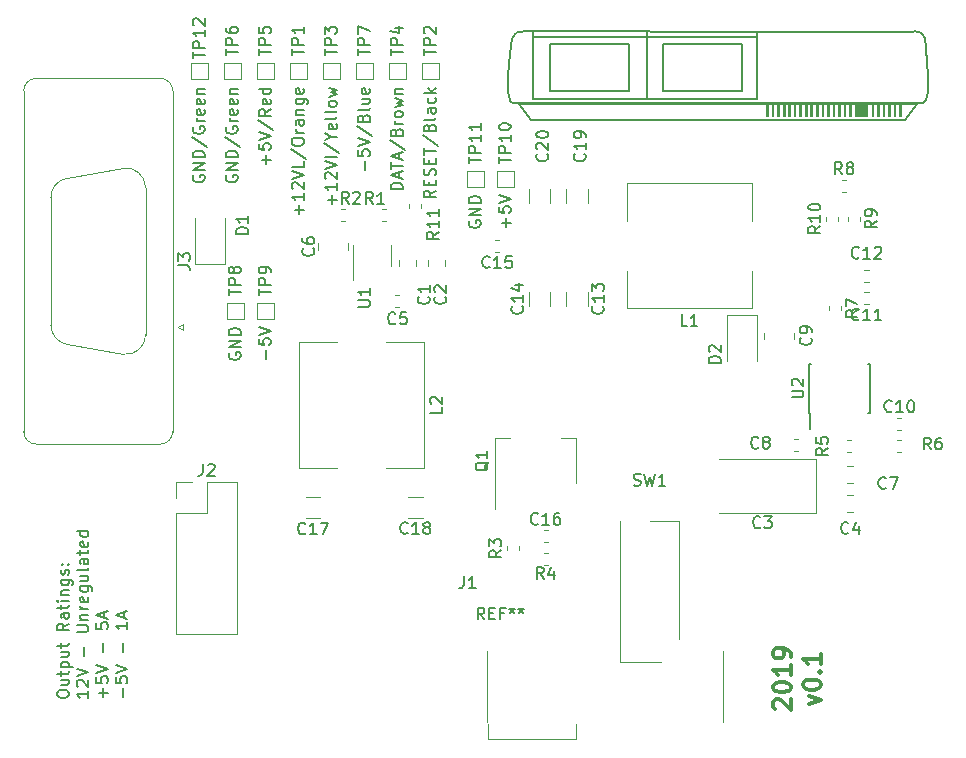
<source format=gbr>
G04 #@! TF.GenerationSoftware,KiCad,Pcbnew,5.1.4-3.fc30*
G04 #@! TF.CreationDate,2019-11-02T10:54:17-07:00*
G04 #@! TF.ProjectId,adampsu,6164616d-7073-4752-9e6b-696361645f70,rev?*
G04 #@! TF.SameCoordinates,Original*
G04 #@! TF.FileFunction,Legend,Top*
G04 #@! TF.FilePolarity,Positive*
%FSLAX46Y46*%
G04 Gerber Fmt 4.6, Leading zero omitted, Abs format (unit mm)*
G04 Created by KiCad (PCBNEW 5.1.4-3.fc30) date 2019-11-02 10:54:17*
%MOMM*%
%LPD*%
G04 APERTURE LIST*
%ADD10C,0.300000*%
%ADD11C,0.150000*%
%ADD12C,0.100000*%
%ADD13C,0.020000*%
%ADD14C,0.200000*%
%ADD15C,0.120000*%
G04 APERTURE END LIST*
D10*
X152351428Y-156876428D02*
X152280000Y-156805000D01*
X152208571Y-156662142D01*
X152208571Y-156305000D01*
X152280000Y-156162142D01*
X152351428Y-156090714D01*
X152494285Y-156019285D01*
X152637142Y-156019285D01*
X152851428Y-156090714D01*
X153708571Y-156947857D01*
X153708571Y-156019285D01*
X152208571Y-155090714D02*
X152208571Y-154947857D01*
X152280000Y-154805000D01*
X152351428Y-154733571D01*
X152494285Y-154662142D01*
X152780000Y-154590714D01*
X153137142Y-154590714D01*
X153422857Y-154662142D01*
X153565714Y-154733571D01*
X153637142Y-154805000D01*
X153708571Y-154947857D01*
X153708571Y-155090714D01*
X153637142Y-155233571D01*
X153565714Y-155305000D01*
X153422857Y-155376428D01*
X153137142Y-155447857D01*
X152780000Y-155447857D01*
X152494285Y-155376428D01*
X152351428Y-155305000D01*
X152280000Y-155233571D01*
X152208571Y-155090714D01*
X153708571Y-153162142D02*
X153708571Y-154019285D01*
X153708571Y-153590714D02*
X152208571Y-153590714D01*
X152422857Y-153733571D01*
X152565714Y-153876428D01*
X152637142Y-154019285D01*
X153708571Y-152447857D02*
X153708571Y-152162142D01*
X153637142Y-152019285D01*
X153565714Y-151947857D01*
X153351428Y-151805000D01*
X153065714Y-151733571D01*
X152494285Y-151733571D01*
X152351428Y-151805000D01*
X152280000Y-151876428D01*
X152208571Y-152019285D01*
X152208571Y-152305000D01*
X152280000Y-152447857D01*
X152351428Y-152519285D01*
X152494285Y-152590714D01*
X152851428Y-152590714D01*
X152994285Y-152519285D01*
X153065714Y-152447857D01*
X153137142Y-152305000D01*
X153137142Y-152019285D01*
X153065714Y-151876428D01*
X152994285Y-151805000D01*
X152851428Y-151733571D01*
X155258571Y-156447857D02*
X156258571Y-156090714D01*
X155258571Y-155733571D01*
X154758571Y-154876428D02*
X154758571Y-154733571D01*
X154830000Y-154590714D01*
X154901428Y-154519285D01*
X155044285Y-154447857D01*
X155330000Y-154376428D01*
X155687142Y-154376428D01*
X155972857Y-154447857D01*
X156115714Y-154519285D01*
X156187142Y-154590714D01*
X156258571Y-154733571D01*
X156258571Y-154876428D01*
X156187142Y-155019285D01*
X156115714Y-155090714D01*
X155972857Y-155162142D01*
X155687142Y-155233571D01*
X155330000Y-155233571D01*
X155044285Y-155162142D01*
X154901428Y-155090714D01*
X154830000Y-155019285D01*
X154758571Y-154876428D01*
X156115714Y-153733571D02*
X156187142Y-153662142D01*
X156258571Y-153733571D01*
X156187142Y-153805000D01*
X156115714Y-153733571D01*
X156258571Y-153733571D01*
X156258571Y-152233571D02*
X156258571Y-153090714D01*
X156258571Y-152662142D02*
X154758571Y-152662142D01*
X154972857Y-152805000D01*
X155115714Y-152947857D01*
X155187142Y-153090714D01*
D11*
X91592380Y-155683928D02*
X91592380Y-155493452D01*
X91640000Y-155398214D01*
X91735238Y-155302976D01*
X91925714Y-155255357D01*
X92259047Y-155255357D01*
X92449523Y-155302976D01*
X92544761Y-155398214D01*
X92592380Y-155493452D01*
X92592380Y-155683928D01*
X92544761Y-155779166D01*
X92449523Y-155874404D01*
X92259047Y-155922023D01*
X91925714Y-155922023D01*
X91735238Y-155874404D01*
X91640000Y-155779166D01*
X91592380Y-155683928D01*
X91925714Y-154398214D02*
X92592380Y-154398214D01*
X91925714Y-154826785D02*
X92449523Y-154826785D01*
X92544761Y-154779166D01*
X92592380Y-154683928D01*
X92592380Y-154541071D01*
X92544761Y-154445833D01*
X92497142Y-154398214D01*
X91925714Y-154064880D02*
X91925714Y-153683928D01*
X91592380Y-153922023D02*
X92449523Y-153922023D01*
X92544761Y-153874404D01*
X92592380Y-153779166D01*
X92592380Y-153683928D01*
X91925714Y-153350595D02*
X92925714Y-153350595D01*
X91973333Y-153350595D02*
X91925714Y-153255357D01*
X91925714Y-153064880D01*
X91973333Y-152969642D01*
X92020952Y-152922023D01*
X92116190Y-152874404D01*
X92401904Y-152874404D01*
X92497142Y-152922023D01*
X92544761Y-152969642D01*
X92592380Y-153064880D01*
X92592380Y-153255357D01*
X92544761Y-153350595D01*
X91925714Y-152017261D02*
X92592380Y-152017261D01*
X91925714Y-152445833D02*
X92449523Y-152445833D01*
X92544761Y-152398214D01*
X92592380Y-152302976D01*
X92592380Y-152160119D01*
X92544761Y-152064880D01*
X92497142Y-152017261D01*
X91925714Y-151683928D02*
X91925714Y-151302976D01*
X91592380Y-151541071D02*
X92449523Y-151541071D01*
X92544761Y-151493452D01*
X92592380Y-151398214D01*
X92592380Y-151302976D01*
X92592380Y-149636309D02*
X92116190Y-149969642D01*
X92592380Y-150207738D02*
X91592380Y-150207738D01*
X91592380Y-149826785D01*
X91640000Y-149731547D01*
X91687619Y-149683928D01*
X91782857Y-149636309D01*
X91925714Y-149636309D01*
X92020952Y-149683928D01*
X92068571Y-149731547D01*
X92116190Y-149826785D01*
X92116190Y-150207738D01*
X92592380Y-148779166D02*
X92068571Y-148779166D01*
X91973333Y-148826785D01*
X91925714Y-148922023D01*
X91925714Y-149112500D01*
X91973333Y-149207738D01*
X92544761Y-148779166D02*
X92592380Y-148874404D01*
X92592380Y-149112500D01*
X92544761Y-149207738D01*
X92449523Y-149255357D01*
X92354285Y-149255357D01*
X92259047Y-149207738D01*
X92211428Y-149112500D01*
X92211428Y-148874404D01*
X92163809Y-148779166D01*
X91925714Y-148445833D02*
X91925714Y-148064880D01*
X91592380Y-148302976D02*
X92449523Y-148302976D01*
X92544761Y-148255357D01*
X92592380Y-148160119D01*
X92592380Y-148064880D01*
X92592380Y-147731547D02*
X91925714Y-147731547D01*
X91592380Y-147731547D02*
X91640000Y-147779166D01*
X91687619Y-147731547D01*
X91640000Y-147683928D01*
X91592380Y-147731547D01*
X91687619Y-147731547D01*
X91925714Y-147255357D02*
X92592380Y-147255357D01*
X92020952Y-147255357D02*
X91973333Y-147207738D01*
X91925714Y-147112500D01*
X91925714Y-146969642D01*
X91973333Y-146874404D01*
X92068571Y-146826785D01*
X92592380Y-146826785D01*
X91925714Y-145922023D02*
X92735238Y-145922023D01*
X92830476Y-145969642D01*
X92878095Y-146017261D01*
X92925714Y-146112500D01*
X92925714Y-146255357D01*
X92878095Y-146350595D01*
X92544761Y-145922023D02*
X92592380Y-146017261D01*
X92592380Y-146207738D01*
X92544761Y-146302976D01*
X92497142Y-146350595D01*
X92401904Y-146398214D01*
X92116190Y-146398214D01*
X92020952Y-146350595D01*
X91973333Y-146302976D01*
X91925714Y-146207738D01*
X91925714Y-146017261D01*
X91973333Y-145922023D01*
X92544761Y-145493452D02*
X92592380Y-145398214D01*
X92592380Y-145207738D01*
X92544761Y-145112500D01*
X92449523Y-145064880D01*
X92401904Y-145064880D01*
X92306666Y-145112500D01*
X92259047Y-145207738D01*
X92259047Y-145350595D01*
X92211428Y-145445833D01*
X92116190Y-145493452D01*
X92068571Y-145493452D01*
X91973333Y-145445833D01*
X91925714Y-145350595D01*
X91925714Y-145207738D01*
X91973333Y-145112500D01*
X92497142Y-144636309D02*
X92544761Y-144588690D01*
X92592380Y-144636309D01*
X92544761Y-144683928D01*
X92497142Y-144636309D01*
X92592380Y-144636309D01*
X91973333Y-144636309D02*
X92020952Y-144588690D01*
X92068571Y-144636309D01*
X92020952Y-144683928D01*
X91973333Y-144636309D01*
X92068571Y-144636309D01*
X94242380Y-155350595D02*
X94242380Y-155922023D01*
X94242380Y-155636309D02*
X93242380Y-155636309D01*
X93385238Y-155731547D01*
X93480476Y-155826785D01*
X93528095Y-155922023D01*
X93337619Y-154969642D02*
X93290000Y-154922023D01*
X93242380Y-154826785D01*
X93242380Y-154588690D01*
X93290000Y-154493452D01*
X93337619Y-154445833D01*
X93432857Y-154398214D01*
X93528095Y-154398214D01*
X93670952Y-154445833D01*
X94242380Y-155017261D01*
X94242380Y-154398214D01*
X93242380Y-154112500D02*
X94242380Y-153779166D01*
X93242380Y-153445833D01*
X93861428Y-152350595D02*
X93861428Y-151588690D01*
X93242380Y-150350595D02*
X94051904Y-150350595D01*
X94147142Y-150302976D01*
X94194761Y-150255357D01*
X94242380Y-150160119D01*
X94242380Y-149969642D01*
X94194761Y-149874404D01*
X94147142Y-149826785D01*
X94051904Y-149779166D01*
X93242380Y-149779166D01*
X93575714Y-149302976D02*
X94242380Y-149302976D01*
X93670952Y-149302976D02*
X93623333Y-149255357D01*
X93575714Y-149160119D01*
X93575714Y-149017261D01*
X93623333Y-148922023D01*
X93718571Y-148874404D01*
X94242380Y-148874404D01*
X94242380Y-148398214D02*
X93575714Y-148398214D01*
X93766190Y-148398214D02*
X93670952Y-148350595D01*
X93623333Y-148302976D01*
X93575714Y-148207738D01*
X93575714Y-148112500D01*
X94194761Y-147398214D02*
X94242380Y-147493452D01*
X94242380Y-147683928D01*
X94194761Y-147779166D01*
X94099523Y-147826785D01*
X93718571Y-147826785D01*
X93623333Y-147779166D01*
X93575714Y-147683928D01*
X93575714Y-147493452D01*
X93623333Y-147398214D01*
X93718571Y-147350595D01*
X93813809Y-147350595D01*
X93909047Y-147826785D01*
X93575714Y-146493452D02*
X94385238Y-146493452D01*
X94480476Y-146541071D01*
X94528095Y-146588690D01*
X94575714Y-146683928D01*
X94575714Y-146826785D01*
X94528095Y-146922023D01*
X94194761Y-146493452D02*
X94242380Y-146588690D01*
X94242380Y-146779166D01*
X94194761Y-146874404D01*
X94147142Y-146922023D01*
X94051904Y-146969642D01*
X93766190Y-146969642D01*
X93670952Y-146922023D01*
X93623333Y-146874404D01*
X93575714Y-146779166D01*
X93575714Y-146588690D01*
X93623333Y-146493452D01*
X93575714Y-145588690D02*
X94242380Y-145588690D01*
X93575714Y-146017261D02*
X94099523Y-146017261D01*
X94194761Y-145969642D01*
X94242380Y-145874404D01*
X94242380Y-145731547D01*
X94194761Y-145636309D01*
X94147142Y-145588690D01*
X94242380Y-144969642D02*
X94194761Y-145064880D01*
X94099523Y-145112500D01*
X93242380Y-145112500D01*
X94242380Y-144160119D02*
X93718571Y-144160119D01*
X93623333Y-144207738D01*
X93575714Y-144302976D01*
X93575714Y-144493452D01*
X93623333Y-144588690D01*
X94194761Y-144160119D02*
X94242380Y-144255357D01*
X94242380Y-144493452D01*
X94194761Y-144588690D01*
X94099523Y-144636309D01*
X94004285Y-144636309D01*
X93909047Y-144588690D01*
X93861428Y-144493452D01*
X93861428Y-144255357D01*
X93813809Y-144160119D01*
X93575714Y-143826785D02*
X93575714Y-143445833D01*
X93242380Y-143683928D02*
X94099523Y-143683928D01*
X94194761Y-143636309D01*
X94242380Y-143541071D01*
X94242380Y-143445833D01*
X94194761Y-142731547D02*
X94242380Y-142826785D01*
X94242380Y-143017261D01*
X94194761Y-143112500D01*
X94099523Y-143160119D01*
X93718571Y-143160119D01*
X93623333Y-143112500D01*
X93575714Y-143017261D01*
X93575714Y-142826785D01*
X93623333Y-142731547D01*
X93718571Y-142683928D01*
X93813809Y-142683928D01*
X93909047Y-143160119D01*
X94242380Y-141826785D02*
X93242380Y-141826785D01*
X94194761Y-141826785D02*
X94242380Y-141922023D01*
X94242380Y-142112500D01*
X94194761Y-142207738D01*
X94147142Y-142255357D01*
X94051904Y-142302976D01*
X93766190Y-142302976D01*
X93670952Y-142255357D01*
X93623333Y-142207738D01*
X93575714Y-142112500D01*
X93575714Y-141922023D01*
X93623333Y-141826785D01*
X95511428Y-155874404D02*
X95511428Y-155112500D01*
X95892380Y-155493452D02*
X95130476Y-155493452D01*
X94892380Y-154160119D02*
X94892380Y-154636309D01*
X95368571Y-154683928D01*
X95320952Y-154636309D01*
X95273333Y-154541071D01*
X95273333Y-154302976D01*
X95320952Y-154207738D01*
X95368571Y-154160119D01*
X95463809Y-154112500D01*
X95701904Y-154112500D01*
X95797142Y-154160119D01*
X95844761Y-154207738D01*
X95892380Y-154302976D01*
X95892380Y-154541071D01*
X95844761Y-154636309D01*
X95797142Y-154683928D01*
X94892380Y-153826785D02*
X95892380Y-153493452D01*
X94892380Y-153160119D01*
X95511428Y-152064880D02*
X95511428Y-151302976D01*
X94892380Y-149588690D02*
X94892380Y-150064880D01*
X95368571Y-150112500D01*
X95320952Y-150064880D01*
X95273333Y-149969642D01*
X95273333Y-149731547D01*
X95320952Y-149636309D01*
X95368571Y-149588690D01*
X95463809Y-149541071D01*
X95701904Y-149541071D01*
X95797142Y-149588690D01*
X95844761Y-149636309D01*
X95892380Y-149731547D01*
X95892380Y-149969642D01*
X95844761Y-150064880D01*
X95797142Y-150112500D01*
X95606666Y-149160119D02*
X95606666Y-148683928D01*
X95892380Y-149255357D02*
X94892380Y-148922023D01*
X95892380Y-148588690D01*
X97161428Y-155874404D02*
X97161428Y-155112500D01*
X96542380Y-154160119D02*
X96542380Y-154636309D01*
X97018571Y-154683928D01*
X96970952Y-154636309D01*
X96923333Y-154541071D01*
X96923333Y-154302976D01*
X96970952Y-154207738D01*
X97018571Y-154160119D01*
X97113809Y-154112500D01*
X97351904Y-154112500D01*
X97447142Y-154160119D01*
X97494761Y-154207738D01*
X97542380Y-154302976D01*
X97542380Y-154541071D01*
X97494761Y-154636309D01*
X97447142Y-154683928D01*
X96542380Y-153826785D02*
X97542380Y-153493452D01*
X96542380Y-153160119D01*
X97161428Y-152064880D02*
X97161428Y-151302976D01*
X97542380Y-149541071D02*
X97542380Y-150112500D01*
X97542380Y-149826785D02*
X96542380Y-149826785D01*
X96685238Y-149922023D01*
X96780476Y-150017261D01*
X96828095Y-150112500D01*
X97256666Y-149160119D02*
X97256666Y-148683928D01*
X97542380Y-149255357D02*
X96542380Y-148922023D01*
X97542380Y-148588690D01*
D12*
G36*
X160199150Y-106680000D02*
G01*
X159123520Y-106680000D01*
X159123520Y-105612069D01*
X160199150Y-105612069D01*
X160199150Y-106680000D01*
G37*
X160199150Y-106680000D02*
X159123520Y-106680000D01*
X159123520Y-105612069D01*
X160199150Y-105612069D01*
X160199150Y-106680000D01*
G36*
X163048478Y-106680000D02*
G01*
X162896955Y-106680000D01*
X162896955Y-105612069D01*
X163048478Y-105612069D01*
X163048478Y-106680000D01*
G37*
X163048478Y-106680000D02*
X162896955Y-106680000D01*
X162896955Y-105612069D01*
X163048478Y-105612069D01*
X163048478Y-106680000D01*
G36*
X162576382Y-106680000D02*
G01*
X162424859Y-106680000D01*
X162424859Y-105612069D01*
X162576382Y-105612069D01*
X162576382Y-106680000D01*
G37*
X162576382Y-106680000D02*
X162424859Y-106680000D01*
X162424859Y-105612069D01*
X162576382Y-105612069D01*
X162576382Y-106680000D01*
G36*
X162117676Y-106680000D02*
G01*
X161966153Y-106680000D01*
X161966153Y-105612069D01*
X162117676Y-105612069D01*
X162117676Y-106680000D01*
G37*
X162117676Y-106680000D02*
X161966153Y-106680000D01*
X161966153Y-105612069D01*
X162117676Y-105612069D01*
X162117676Y-106680000D01*
G36*
X161645583Y-106680000D02*
G01*
X161494060Y-106680000D01*
X161494060Y-105612069D01*
X161645583Y-105612069D01*
X161645583Y-106680000D01*
G37*
X161645583Y-106680000D02*
X161494060Y-106680000D01*
X161494060Y-105612069D01*
X161645583Y-105612069D01*
X161645583Y-106680000D01*
G36*
X161176832Y-106680000D02*
G01*
X161025309Y-106680000D01*
X161025309Y-105612069D01*
X161176832Y-105612069D01*
X161176832Y-106680000D01*
G37*
X161176832Y-106680000D02*
X161025309Y-106680000D01*
X161025309Y-105612069D01*
X161176832Y-105612069D01*
X161176832Y-106680000D01*
G36*
X160704730Y-106680000D02*
G01*
X160553207Y-106680000D01*
X160553207Y-105612069D01*
X160704730Y-105612069D01*
X160704730Y-106680000D01*
G37*
X160704730Y-106680000D02*
X160553207Y-106680000D01*
X160553207Y-105612069D01*
X160704730Y-105612069D01*
X160704730Y-106680000D01*
G36*
X158812990Y-106680000D02*
G01*
X158661467Y-106680000D01*
X158661467Y-105612069D01*
X158812990Y-105612069D01*
X158812990Y-106680000D01*
G37*
X158812990Y-106680000D02*
X158661467Y-106680000D01*
X158661467Y-105612069D01*
X158812990Y-105612069D01*
X158812990Y-106680000D01*
G36*
X158340896Y-106680000D02*
G01*
X158189373Y-106680000D01*
X158189373Y-105612069D01*
X158340896Y-105612069D01*
X158340896Y-106680000D01*
G37*
X158340896Y-106680000D02*
X158189373Y-106680000D01*
X158189373Y-105612069D01*
X158340896Y-105612069D01*
X158340896Y-106680000D01*
G36*
X157872140Y-106680000D02*
G01*
X157720617Y-106680000D01*
X157720617Y-105612069D01*
X157872140Y-105612069D01*
X157872140Y-106680000D01*
G37*
X157872140Y-106680000D02*
X157720617Y-106680000D01*
X157720617Y-105612069D01*
X157872140Y-105612069D01*
X157872140Y-106680000D01*
G36*
X157400044Y-106680000D02*
G01*
X157248521Y-106680000D01*
X157248521Y-105612069D01*
X157400044Y-105612069D01*
X157400044Y-106680000D01*
G37*
X157400044Y-106680000D02*
X157248521Y-106680000D01*
X157248521Y-105612069D01*
X157400044Y-105612069D01*
X157400044Y-106680000D01*
G36*
X156941338Y-106680000D02*
G01*
X156789815Y-106680000D01*
X156789815Y-105612069D01*
X156941338Y-105612069D01*
X156941338Y-106680000D01*
G37*
X156941338Y-106680000D02*
X156789815Y-106680000D01*
X156789815Y-105612069D01*
X156941338Y-105612069D01*
X156941338Y-106680000D01*
G36*
X156469245Y-106680000D02*
G01*
X156317722Y-106680000D01*
X156317722Y-105612069D01*
X156469245Y-105612069D01*
X156469245Y-106680000D01*
G37*
X156469245Y-106680000D02*
X156317722Y-106680000D01*
X156317722Y-105612069D01*
X156469245Y-105612069D01*
X156469245Y-106680000D01*
G36*
X156000491Y-106680000D02*
G01*
X155848968Y-106680000D01*
X155848968Y-105612069D01*
X156000491Y-105612069D01*
X156000491Y-106680000D01*
G37*
X156000491Y-106680000D02*
X155848968Y-106680000D01*
X155848968Y-105612069D01*
X156000491Y-105612069D01*
X156000491Y-106680000D01*
G36*
X155528392Y-106680000D02*
G01*
X155376869Y-106680000D01*
X155376869Y-105612069D01*
X155528392Y-105612069D01*
X155528392Y-106680000D01*
G37*
X155528392Y-106680000D02*
X155376869Y-106680000D01*
X155376869Y-105612069D01*
X155528392Y-105612069D01*
X155528392Y-106680000D01*
G36*
X155049595Y-106680000D02*
G01*
X154898072Y-106680000D01*
X154898072Y-105612069D01*
X155049595Y-105612069D01*
X155049595Y-106680000D01*
G37*
X155049595Y-106680000D02*
X154898072Y-106680000D01*
X154898072Y-105612069D01*
X155049595Y-105612069D01*
X155049595Y-106680000D01*
G36*
X154577502Y-106680000D02*
G01*
X154425979Y-106680000D01*
X154425979Y-105612069D01*
X154577502Y-105612069D01*
X154577502Y-106680000D01*
G37*
X154577502Y-106680000D02*
X154425979Y-106680000D01*
X154425979Y-105612069D01*
X154577502Y-105612069D01*
X154577502Y-106680000D01*
G36*
X154108748Y-106680000D02*
G01*
X153957225Y-106680000D01*
X153957225Y-105612069D01*
X154108748Y-105612069D01*
X154108748Y-106680000D01*
G37*
X154108748Y-106680000D02*
X153957225Y-106680000D01*
X153957225Y-105612069D01*
X154108748Y-105612069D01*
X154108748Y-106680000D01*
G36*
X153636652Y-106680000D02*
G01*
X153485129Y-106680000D01*
X153485129Y-105612069D01*
X153636652Y-105612069D01*
X153636652Y-106680000D01*
G37*
X153636652Y-106680000D02*
X153485129Y-106680000D01*
X153485129Y-105612069D01*
X153636652Y-105612069D01*
X153636652Y-106680000D01*
G36*
X153186523Y-106680000D02*
G01*
X153035000Y-106680000D01*
X153035000Y-105612069D01*
X153186523Y-105612069D01*
X153186523Y-106680000D01*
G37*
X153186523Y-106680000D02*
X153035000Y-106680000D01*
X153035000Y-105612069D01*
X153186523Y-105612069D01*
X153186523Y-106680000D01*
G36*
X152705850Y-106680000D02*
G01*
X152554327Y-106680000D01*
X152554327Y-105612069D01*
X152705850Y-105612069D01*
X152705850Y-106680000D01*
G37*
X152705850Y-106680000D02*
X152554327Y-106680000D01*
X152554327Y-105612069D01*
X152705850Y-105612069D01*
X152705850Y-106680000D01*
G36*
X152237099Y-106680000D02*
G01*
X152085576Y-106680000D01*
X152085576Y-105612069D01*
X152237099Y-105612069D01*
X152237099Y-106680000D01*
G37*
X152237099Y-106680000D02*
X152085576Y-106680000D01*
X152085576Y-105612069D01*
X152237099Y-105612069D01*
X152237099Y-106680000D01*
G36*
X151765000Y-106680000D02*
G01*
X151613477Y-106680000D01*
X151613477Y-105612069D01*
X151765000Y-105612069D01*
X151765000Y-106680000D01*
G37*
X151765000Y-106680000D02*
X151613477Y-106680000D01*
X151613477Y-105612069D01*
X151765000Y-105612069D01*
X151765000Y-106680000D01*
D13*
X155049595Y-106680000D02*
X154898072Y-106680000D01*
X154108748Y-106680000D02*
X153957225Y-106680000D01*
X154425979Y-106680000D02*
X154425979Y-105612069D01*
X153026424Y-105612069D02*
X153177946Y-105612069D01*
D14*
X131712133Y-107007533D02*
X163361474Y-107007533D01*
X165195645Y-101364545D02*
X165182969Y-101168890D01*
X165182969Y-101168890D02*
X165171118Y-100978047D01*
X165171118Y-100978047D02*
X165157655Y-100791410D01*
X165157655Y-100791410D02*
X165139722Y-100604727D01*
X165139722Y-100604727D02*
X165115348Y-100426028D01*
X165115348Y-100426028D02*
X165082362Y-100257962D01*
X165082362Y-100257962D02*
X165038377Y-100101686D01*
X165038377Y-100101686D02*
X164981017Y-99959025D01*
X164981017Y-99959025D02*
X164907689Y-99831705D01*
X164907689Y-99831705D02*
X164814488Y-99720696D01*
X164814488Y-99720696D02*
X164701945Y-99631758D01*
X164701945Y-99631758D02*
X164567452Y-99565606D01*
X164567452Y-99565606D02*
X164406820Y-99523480D01*
X164406820Y-99523480D02*
X164227478Y-99508161D01*
D13*
X155376869Y-106680000D02*
X155376869Y-105612069D01*
X156789815Y-106680000D02*
X156789815Y-105612069D01*
X151765000Y-105612069D02*
X151765000Y-106680000D01*
X161645583Y-106680000D02*
X161494060Y-106680000D01*
X158812990Y-106680000D02*
X158661467Y-106680000D01*
X152705850Y-105612069D02*
X152705850Y-106680000D01*
X156469245Y-105612069D02*
X156469245Y-106680000D01*
X160199150Y-106680000D02*
X159123520Y-106680000D01*
D14*
X150894889Y-99936733D02*
X150894889Y-105240304D01*
D13*
X156941338Y-105612069D02*
X156941338Y-106680000D01*
X158189373Y-105612069D02*
X158340896Y-105612069D01*
X159123520Y-105612069D02*
X160199150Y-105612069D01*
X155528392Y-105612069D02*
X155528392Y-106680000D01*
X156941338Y-106680000D02*
X156789815Y-106680000D01*
X152085576Y-105612069D02*
X152237099Y-105612069D01*
D14*
X131850247Y-99936733D02*
X131851919Y-99509836D01*
D13*
X153177946Y-105612069D02*
X153177946Y-106680000D01*
X158812990Y-105612069D02*
X158812990Y-106680000D01*
D14*
X163361474Y-107007533D02*
X164365315Y-105605947D01*
X140046675Y-104584054D02*
X133336854Y-104584054D01*
D13*
X156317722Y-105612069D02*
X156469245Y-105612069D01*
X151613477Y-105612069D02*
X151765000Y-105612069D01*
X161966153Y-105612069D02*
X162117676Y-105612069D01*
X156317722Y-106680000D02*
X156317722Y-105612069D01*
X152554327Y-106680000D02*
X152554327Y-105612069D01*
X153177946Y-106680000D02*
X153026424Y-106680000D01*
X156000491Y-106680000D02*
X155848968Y-106680000D01*
D14*
X131502033Y-99501463D02*
X131302315Y-99502213D01*
X131302315Y-99502213D02*
X131105817Y-99506572D01*
X131105817Y-99506572D02*
X130917608Y-99518704D01*
X130917608Y-99518704D02*
X130742388Y-99544059D01*
X130742388Y-99544059D02*
X130586247Y-99588216D01*
X130586247Y-99588216D02*
X130452410Y-99655706D01*
X130452410Y-99655706D02*
X130341373Y-99748989D01*
X130341373Y-99748989D02*
X130254440Y-99863354D01*
X130254440Y-99863354D02*
X130185903Y-99997007D01*
X130185903Y-99997007D02*
X130132722Y-100143853D01*
X130132722Y-100143853D02*
X130090607Y-100302182D01*
X130090607Y-100302182D02*
X130056855Y-100469538D01*
X130056855Y-100469538D02*
X130029420Y-100644079D01*
X130029420Y-100644079D02*
X130008729Y-100807268D01*
X130269890Y-105601912D02*
X164562300Y-105601912D01*
D13*
X160199150Y-105612069D02*
X160199150Y-106680000D01*
X162576381Y-105612069D02*
X162576381Y-106680000D01*
D14*
X150894889Y-105240304D02*
X131850247Y-105240304D01*
D13*
X153485129Y-105612069D02*
X153636652Y-105612069D01*
D14*
X130746174Y-105615417D02*
X131712133Y-107007533D01*
D13*
X160704730Y-105612069D02*
X160704730Y-106680000D01*
D14*
X142859175Y-100606376D02*
X149568996Y-100606376D01*
D13*
X162576381Y-106680000D02*
X162424859Y-106680000D01*
X157248521Y-106680000D02*
X157248521Y-105612069D01*
D14*
X131850247Y-105240304D02*
X131850247Y-99936733D01*
X142859175Y-104584054D02*
X142859175Y-100606376D01*
D13*
X154425979Y-105612069D02*
X154577502Y-105612069D01*
X155049595Y-105612069D02*
X155049595Y-106680000D01*
X155848968Y-106680000D02*
X155848968Y-105612069D01*
X162424859Y-105612069D02*
X162576381Y-105612069D01*
X153957225Y-106680000D02*
X153957225Y-105612069D01*
D14*
X133336854Y-100606376D02*
X140046675Y-100606376D01*
D13*
X154577502Y-105612069D02*
X154577502Y-106680000D01*
X154108748Y-105612069D02*
X154108748Y-106680000D01*
X163048477Y-106680000D02*
X162896955Y-106680000D01*
X155528392Y-106680000D02*
X155376869Y-106680000D01*
X151613477Y-106680000D02*
X151613477Y-105612069D01*
X158340896Y-105612069D02*
X158340896Y-106680000D01*
D14*
X150894889Y-99936733D02*
X150894889Y-99516532D01*
D13*
X153957225Y-105612069D02*
X154108748Y-105612069D01*
D14*
X165332389Y-103793876D02*
X165330762Y-103589578D01*
X165330762Y-103589578D02*
X165326036Y-103387447D01*
X165326036Y-103387447D02*
X165318704Y-103190548D01*
X165318704Y-103190548D02*
X165309325Y-102998359D01*
X165309325Y-102998359D02*
X165298230Y-102806780D01*
X165298230Y-102806780D02*
X165285623Y-102611923D01*
X165285623Y-102611923D02*
X165272622Y-102424291D01*
X165272622Y-102424291D02*
X165259130Y-102236986D01*
X165259130Y-102236986D02*
X165245027Y-102044785D01*
X165245027Y-102044785D02*
X165229643Y-101835849D01*
X165229643Y-101835849D02*
X165214755Y-101631899D01*
X165214755Y-101631899D02*
X165201283Y-101444279D01*
X165201283Y-101444279D02*
X165195645Y-101364545D01*
D13*
X158189373Y-106680000D02*
X158189373Y-105612069D01*
D14*
X130008729Y-100807269D02*
X129990095Y-100991312D01*
X129990095Y-100991312D02*
X129971046Y-101174253D01*
X129971046Y-101174253D02*
X129951163Y-101362402D01*
X129951163Y-101362402D02*
X129931712Y-101545697D01*
X129931712Y-101545697D02*
X129912122Y-101731234D01*
X129912122Y-101731234D02*
X129892096Y-101923619D01*
X129892096Y-101923619D02*
X129873159Y-102109936D01*
X129873159Y-102109936D02*
X129855005Y-102294778D01*
X129855005Y-102294778D02*
X129837680Y-102479734D01*
X129837680Y-102479734D02*
X129821102Y-102668851D01*
X129821102Y-102668851D02*
X129806067Y-102857326D01*
X129806067Y-102857326D02*
X129792849Y-103047965D01*
X129792849Y-103047965D02*
X129782188Y-103241961D01*
X129782188Y-103241961D02*
X129775506Y-103438045D01*
X129775506Y-103438045D02*
X129774354Y-103546108D01*
D13*
X154898072Y-105612069D02*
X155049595Y-105612069D01*
X161176832Y-106680000D02*
X161025309Y-106680000D01*
X164365315Y-105605947D02*
X130746174Y-105615417D01*
X156789815Y-105612069D02*
X156941338Y-105612069D01*
X130008729Y-100807268D02*
X130008729Y-100807268D01*
D14*
X149568996Y-104584054D02*
X142859175Y-104584054D01*
D13*
X159123520Y-106680000D02*
X159123520Y-105612069D01*
X157872139Y-105612069D02*
X157872139Y-106680000D01*
X157400043Y-106680000D02*
X157248521Y-106680000D01*
X160704730Y-106680000D02*
X160553207Y-106680000D01*
X161645583Y-105612069D02*
X161645583Y-106680000D01*
X154577502Y-106680000D02*
X154425979Y-106680000D01*
D14*
X129774354Y-103546108D02*
X129773257Y-103760823D01*
X129773257Y-103760823D02*
X129772436Y-103961771D01*
X129772436Y-103961771D02*
X129773804Y-104162975D01*
X129773804Y-104162975D02*
X129778681Y-104359759D01*
X129778681Y-104359759D02*
X129788645Y-104558102D01*
X129788645Y-104558102D02*
X129804420Y-104744823D01*
X129804420Y-104744823D02*
X129827997Y-104925823D01*
X129827997Y-104925823D02*
X129860451Y-105093540D01*
X129860451Y-105093540D02*
X129904888Y-105249260D01*
X129904888Y-105249260D02*
X129965947Y-105389865D01*
X129965947Y-105389865D02*
X130049953Y-105506438D01*
X130049953Y-105506438D02*
X130170967Y-105585568D01*
X130170967Y-105585568D02*
X130269890Y-105601912D01*
D13*
X156469245Y-106680000D02*
X156317722Y-106680000D01*
X163048477Y-105612069D02*
X163048477Y-106680000D01*
X162117676Y-106680000D02*
X161966153Y-106680000D01*
X157248521Y-105612069D02*
X157400043Y-105612069D01*
D14*
X164562300Y-105601912D02*
X164747494Y-105585164D01*
X164747494Y-105585164D02*
X164900817Y-105536275D01*
X164900817Y-105536275D02*
X165027992Y-105454833D01*
X165027992Y-105454833D02*
X165123357Y-105350104D01*
X165123357Y-105350104D02*
X165197799Y-105218219D01*
X165197799Y-105218219D02*
X165250253Y-105070401D01*
X165250253Y-105070401D02*
X165286689Y-104905738D01*
X165286689Y-104905738D02*
X165310338Y-104726275D01*
X165310338Y-104726275D02*
X165323890Y-104538088D01*
X165323890Y-104538088D02*
X165330427Y-104343382D01*
X165330427Y-104343382D02*
X165332582Y-104140488D01*
X165332582Y-104140488D02*
X165332539Y-103919825D01*
X165332539Y-103919825D02*
X165332389Y-103793876D01*
D13*
X157872139Y-106680000D02*
X157720617Y-106680000D01*
X160553207Y-105612069D02*
X160704730Y-105612069D01*
X152554327Y-105612069D02*
X152705850Y-105612069D01*
X156000491Y-105612069D02*
X156000491Y-106680000D01*
X157720617Y-105612069D02*
X157872139Y-105612069D01*
X158661467Y-106680000D02*
X158661467Y-105612069D01*
X157400043Y-105612069D02*
X157400043Y-106680000D01*
X158340896Y-106680000D02*
X158189373Y-106680000D01*
X162896955Y-106680000D02*
X162896955Y-105612069D01*
D14*
X131850247Y-99936733D02*
X150894889Y-99936733D01*
D13*
X153485129Y-106680000D02*
X153485129Y-105612069D01*
X153636652Y-106680000D02*
X153485129Y-106680000D01*
D14*
X149568996Y-100606376D02*
X149568996Y-104584054D01*
D13*
X155376869Y-105612069D02*
X155528392Y-105612069D01*
X155848968Y-105612069D02*
X156000491Y-105612069D01*
X152705850Y-106680000D02*
X152554327Y-106680000D01*
X161176832Y-105612069D02*
X161176832Y-106680000D01*
X162117676Y-105612069D02*
X162117676Y-106680000D01*
X161025309Y-105612069D02*
X161176832Y-105612069D01*
X161494060Y-106680000D02*
X161494060Y-105612069D01*
X161966153Y-106680000D02*
X161966153Y-105612069D01*
D14*
X140046675Y-100606376D02*
X140046675Y-104584054D01*
D13*
X162424859Y-106680000D02*
X162424859Y-105612069D01*
X161494060Y-105612069D02*
X161645583Y-105612069D01*
X161025309Y-106680000D02*
X161025309Y-105612069D01*
X154898072Y-106680000D02*
X154898072Y-105612069D01*
X158661467Y-105612069D02*
X158812990Y-105612069D01*
X162896955Y-105612069D02*
X163048477Y-105612069D01*
D14*
X164227478Y-99508161D02*
X164028380Y-99509857D01*
X164028380Y-99509857D02*
X163828614Y-99510799D01*
X163828614Y-99510799D02*
X163623256Y-99511507D01*
X163623256Y-99511507D02*
X163398697Y-99512113D01*
X163398697Y-99512113D02*
X163189856Y-99512576D01*
X163189856Y-99512576D02*
X162973226Y-99512983D01*
X162973226Y-99512983D02*
X162754988Y-99513340D01*
X162754988Y-99513340D02*
X162547129Y-99513635D01*
X162547129Y-99513635D02*
X162303854Y-99513938D01*
X162303854Y-99513938D02*
X162078002Y-99514184D01*
X162078002Y-99514184D02*
X161867731Y-99514388D01*
X161867731Y-99514388D02*
X161659399Y-99514569D01*
X161659399Y-99514569D02*
X161422925Y-99514755D01*
X161422925Y-99514755D02*
X161195975Y-99514912D01*
X161195975Y-99514912D02*
X160961894Y-99515057D01*
X160961894Y-99515057D02*
X160758955Y-99515169D01*
X160758955Y-99515169D02*
X160558967Y-99515269D01*
X160558967Y-99515269D02*
X160346650Y-99515363D01*
X160346650Y-99515363D02*
X160137781Y-99515446D01*
X160137781Y-99515446D02*
X159891585Y-99515532D01*
X159891585Y-99515532D02*
X159690681Y-99515595D01*
X159690681Y-99515595D02*
X159490633Y-99515646D01*
X159490633Y-99515646D02*
X159283034Y-99515695D01*
X159283034Y-99515695D02*
X159067753Y-99515741D01*
X159067753Y-99515741D02*
X158853618Y-99515777D01*
X158853618Y-99515777D02*
X158636361Y-99515807D01*
X158636361Y-99515807D02*
X158434517Y-99515829D01*
X158434517Y-99515829D02*
X158192772Y-99515849D01*
X158192772Y-99515849D02*
X157947602Y-99515862D01*
X157947602Y-99515862D02*
X157544667Y-99515868D01*
X157544667Y-99515868D02*
X157232080Y-99515862D01*
X157232080Y-99515862D02*
X156914881Y-99515845D01*
X156914881Y-99515845D02*
X156593249Y-99515819D01*
X156593249Y-99515819D02*
X156267358Y-99515784D01*
X156267358Y-99515784D02*
X155937383Y-99515740D01*
X155937383Y-99515740D02*
X155603499Y-99515687D01*
X155603499Y-99515687D02*
X155265882Y-99515625D01*
X155265882Y-99515625D02*
X154924708Y-99515554D01*
X154924708Y-99515554D02*
X154580152Y-99515476D01*
X154580152Y-99515476D02*
X154232387Y-99515388D01*
X154232387Y-99515388D02*
X153881592Y-99515294D01*
X153881592Y-99515294D02*
X153527940Y-99515192D01*
X153527940Y-99515192D02*
X153171606Y-99515083D01*
X153171606Y-99515083D02*
X152812765Y-99514965D01*
X152812765Y-99514965D02*
X152451595Y-99514842D01*
X152451595Y-99514842D02*
X152088268Y-99514711D01*
X152088268Y-99514711D02*
X151722962Y-99514575D01*
X151722962Y-99514575D02*
X151355852Y-99514430D01*
X151355852Y-99514430D02*
X150987112Y-99514282D01*
X150987112Y-99514282D02*
X150616917Y-99514127D01*
X150616917Y-99514127D02*
X150152430Y-99513925D01*
X150152430Y-99513925D02*
X149872866Y-99513799D01*
X149872866Y-99513799D02*
X149405882Y-99513584D01*
X149405882Y-99513584D02*
X149125103Y-99513451D01*
X149125103Y-99513451D02*
X148750268Y-99513269D01*
X148750268Y-99513269D02*
X148281183Y-99513036D01*
X148281183Y-99513036D02*
X147905683Y-99512846D01*
X147905683Y-99512846D02*
X147624047Y-99512699D01*
X147624047Y-99512699D02*
X147389403Y-99512577D01*
X147389403Y-99512577D02*
X147107951Y-99512425D01*
X147107951Y-99512425D02*
X146902850Y-99512314D01*
X146902850Y-99512314D02*
X146686177Y-99512197D01*
X146686177Y-99512197D02*
X146381999Y-99512027D01*
X146381999Y-99512027D02*
X146171676Y-99511910D01*
X146171676Y-99511910D02*
X145938279Y-99511778D01*
X145938279Y-99511778D02*
X145612146Y-99511591D01*
X145612146Y-99511591D02*
X145402910Y-99511469D01*
X145402910Y-99511469D02*
X145194030Y-99511348D01*
X145194030Y-99511348D02*
X144904615Y-99511175D01*
X144904615Y-99511175D02*
X144639082Y-99511017D01*
X144639082Y-99511017D02*
X144408846Y-99510880D01*
X144408846Y-99510880D02*
X144179169Y-99510740D01*
X144179169Y-99510740D02*
X143813222Y-99510515D01*
X143813222Y-99510515D02*
X143449196Y-99510289D01*
X143449196Y-99510289D02*
X143087266Y-99510061D01*
X143087266Y-99510061D02*
X142727607Y-99509831D01*
X142727607Y-99509831D02*
X142526467Y-99509701D01*
X142526467Y-99509701D02*
X142281577Y-99509543D01*
X142281577Y-99509543D02*
X141993847Y-99509354D01*
X141993847Y-99509354D02*
X141664010Y-99509138D01*
X141664010Y-99509138D02*
X141315189Y-99508906D01*
X141315189Y-99508906D02*
X140969514Y-99508673D01*
X140969514Y-99508673D02*
X140627162Y-99508440D01*
X140627162Y-99508440D02*
X140288308Y-99508207D01*
X140288308Y-99508207D02*
X139953129Y-99507975D01*
X139953129Y-99507975D02*
X139621798Y-99507744D01*
X139621798Y-99507744D02*
X139294490Y-99507514D01*
X139294490Y-99507514D02*
X139051891Y-99507343D01*
X139051891Y-99507343D02*
X138732053Y-99507115D01*
X138732053Y-99507115D02*
X138338466Y-99506830D01*
X138338466Y-99506830D02*
X138029007Y-99506605D01*
X138029007Y-99506605D02*
X137724450Y-99506383D01*
X137724450Y-99506383D02*
X137424968Y-99506162D01*
X137424968Y-99506162D02*
X137130738Y-99505944D01*
X137130738Y-99505944D02*
X136841934Y-99505728D01*
X136841934Y-99505728D02*
X136558733Y-99505516D01*
X136558733Y-99505516D02*
X136281307Y-99505306D01*
X136281307Y-99505306D02*
X136009833Y-99505099D01*
X136009833Y-99505099D02*
X135744487Y-99504895D01*
X135744487Y-99504895D02*
X135485445Y-99504695D01*
X135485445Y-99504695D02*
X135232881Y-99504498D01*
X135232881Y-99504498D02*
X134986970Y-99504306D01*
X134986970Y-99504306D02*
X134747888Y-99504120D01*
X134747888Y-99504120D02*
X134515811Y-99503937D01*
X134515811Y-99503937D02*
X134290913Y-99503758D01*
X134290913Y-99503758D02*
X134073369Y-99503584D01*
X134073369Y-99503584D02*
X133760254Y-99503334D01*
X133760254Y-99503334D02*
X133371400Y-99503020D01*
X133371400Y-99503020D02*
X133102110Y-99502801D01*
X133102110Y-99502801D02*
X132692817Y-99502466D01*
X132692817Y-99502466D02*
X132475369Y-99502284D01*
X132475369Y-99502284D02*
X132155752Y-99502017D01*
X132155752Y-99502017D02*
X131943795Y-99501839D01*
X131943795Y-99501839D02*
X131695311Y-99501628D01*
X131695311Y-99501628D02*
X131502033Y-99501463D01*
X133336854Y-104584054D02*
X133336854Y-100606376D01*
X141513770Y-99497681D02*
X141542180Y-105227140D01*
D13*
X160553207Y-106680000D02*
X160553207Y-105612069D01*
X153636652Y-105612069D02*
X153636652Y-106680000D01*
X153026424Y-106680000D02*
X153026424Y-105612069D01*
X157720617Y-106680000D02*
X157720617Y-105612069D01*
X152237099Y-105612069D02*
X152237099Y-106680000D01*
X152085576Y-106680000D02*
X152085576Y-105612069D01*
X152237099Y-106680000D02*
X152085576Y-106680000D01*
X151765000Y-106680000D02*
X151613477Y-106680000D01*
D15*
X144256900Y-140927800D02*
X144256900Y-150927800D01*
X139253100Y-152916600D02*
X139253100Y-140927800D01*
X141755000Y-140927800D02*
X144256900Y-140927800D01*
X142755000Y-152916600D02*
X139253100Y-152916600D01*
X111314000Y-103570000D02*
X111314000Y-102170000D01*
X112714000Y-103570000D02*
X111314000Y-103570000D01*
X112714000Y-102170000D02*
X112714000Y-103570000D01*
X111314000Y-102170000D02*
X112714000Y-102170000D01*
X158501248Y-137710000D02*
X159023752Y-137710000D01*
X158501248Y-136290000D02*
X159023752Y-136290000D01*
X158501248Y-140210000D02*
X159023752Y-140210000D01*
X158501248Y-138790000D02*
X159023752Y-138790000D01*
X155885000Y-135740000D02*
X147650000Y-135740000D01*
X155885000Y-140260000D02*
X155885000Y-135740000D01*
X147650000Y-140260000D02*
X155885000Y-140260000D01*
X148000000Y-158000000D02*
X148000000Y-152000000D01*
X128000000Y-158000000D02*
X128000000Y-152000000D01*
X102932000Y-103570000D02*
X102932000Y-102170000D01*
X104332000Y-103570000D02*
X102932000Y-103570000D01*
X104332000Y-102170000D02*
X104332000Y-103570000D01*
X102932000Y-102170000D02*
X104332000Y-102170000D01*
X126300000Y-112714000D02*
X126300000Y-111314000D01*
X127700000Y-112714000D02*
X126300000Y-112714000D01*
X127700000Y-111314000D02*
X127700000Y-112714000D01*
X126300000Y-111314000D02*
X127700000Y-111314000D01*
X128840000Y-112714000D02*
X128840000Y-111314000D01*
X130240000Y-112714000D02*
X128840000Y-112714000D01*
X130240000Y-111314000D02*
X130240000Y-112714000D01*
X128840000Y-111314000D02*
X130240000Y-111314000D01*
X108520000Y-123890000D02*
X108520000Y-122490000D01*
X109920000Y-123890000D02*
X108520000Y-123890000D01*
X109920000Y-122490000D02*
X109920000Y-123890000D01*
X108520000Y-122490000D02*
X109920000Y-122490000D01*
X105980000Y-123890000D02*
X105980000Y-122490000D01*
X107380000Y-123890000D02*
X105980000Y-123890000D01*
X107380000Y-122490000D02*
X107380000Y-123890000D01*
X105980000Y-122490000D02*
X107380000Y-122490000D01*
X116902000Y-103570000D02*
X116902000Y-102170000D01*
X118302000Y-103570000D02*
X116902000Y-103570000D01*
X118302000Y-102170000D02*
X118302000Y-103570000D01*
X116902000Y-102170000D02*
X118302000Y-102170000D01*
X105726000Y-103570000D02*
X105726000Y-102170000D01*
X107126000Y-103570000D02*
X105726000Y-103570000D01*
X107126000Y-102170000D02*
X107126000Y-103570000D01*
X105726000Y-102170000D02*
X107126000Y-102170000D01*
X108520000Y-103570000D02*
X108520000Y-102170000D01*
X109920000Y-103570000D02*
X108520000Y-103570000D01*
X109920000Y-102170000D02*
X109920000Y-103570000D01*
X108520000Y-102170000D02*
X109920000Y-102170000D01*
X119696000Y-103570000D02*
X119696000Y-102170000D01*
X121096000Y-103570000D02*
X119696000Y-103570000D01*
X121096000Y-102170000D02*
X121096000Y-103570000D01*
X119696000Y-102170000D02*
X121096000Y-102170000D01*
X114108000Y-103570000D02*
X114108000Y-102170000D01*
X115508000Y-103570000D02*
X114108000Y-103570000D01*
X115508000Y-102170000D02*
X115508000Y-103570000D01*
X114108000Y-102170000D02*
X115508000Y-102170000D01*
X122490000Y-103570000D02*
X122490000Y-102170000D01*
X123890000Y-103570000D02*
X122490000Y-103570000D01*
X123890000Y-102170000D02*
X123890000Y-103570000D01*
X122490000Y-102170000D02*
X123890000Y-102170000D01*
X132783733Y-142750000D02*
X133126267Y-142750000D01*
X132783733Y-141730000D02*
X133126267Y-141730000D01*
X151475000Y-125001496D02*
X151475000Y-125524000D01*
X154015000Y-125001496D02*
X154015000Y-125524000D01*
X113665000Y-117446496D02*
X113665000Y-117969000D01*
X116205000Y-117446496D02*
X116205000Y-117969000D01*
X120240733Y-122824000D02*
X120583267Y-122824000D01*
X120240733Y-121804000D02*
X120583267Y-121804000D01*
D11*
X155300000Y-131790000D02*
X155300000Y-133190000D01*
X160400000Y-131790000D02*
X160400000Y-127640000D01*
X155250000Y-131790000D02*
X155250000Y-127640000D01*
X160400000Y-131790000D02*
X160255000Y-131790000D01*
X160400000Y-127640000D02*
X160255000Y-127640000D01*
X155250000Y-127640000D02*
X155395000Y-127640000D01*
X155250000Y-131790000D02*
X155300000Y-131790000D01*
D15*
X116643000Y-117604000D02*
X116643000Y-120554000D01*
X119863000Y-119404000D02*
X119863000Y-117604000D01*
X122430000Y-114471267D02*
X122430000Y-114128733D01*
X121410000Y-114471267D02*
X121410000Y-114128733D01*
X157700000Y-115521267D02*
X157700000Y-115178733D01*
X156680000Y-115521267D02*
X156680000Y-115178733D01*
X158585000Y-115178733D02*
X158585000Y-115521267D01*
X159605000Y-115178733D02*
X159605000Y-115521267D01*
X158048733Y-113080000D02*
X158391267Y-113080000D01*
X158048733Y-112060000D02*
X158391267Y-112060000D01*
X156970000Y-122778733D02*
X156970000Y-123121267D01*
X157990000Y-122778733D02*
X157990000Y-123121267D01*
X162733733Y-135130000D02*
X163076267Y-135130000D01*
X162733733Y-134110000D02*
X163076267Y-134110000D01*
X158453733Y-135130000D02*
X158796267Y-135130000D01*
X158453733Y-134110000D02*
X158796267Y-134110000D01*
X132783733Y-144655000D02*
X133126267Y-144655000D01*
X132783733Y-143635000D02*
X133126267Y-143635000D01*
X130685000Y-143441267D02*
X130685000Y-143098733D01*
X129665000Y-143441267D02*
X129665000Y-143098733D01*
X115652733Y-115572000D02*
X115995267Y-115572000D01*
X115652733Y-114552000D02*
X115995267Y-114552000D01*
X119410267Y-114552000D02*
X119067733Y-114552000D01*
X119410267Y-115572000D02*
X119067733Y-115572000D01*
X128670000Y-139965000D02*
X128670000Y-133955000D01*
X135490000Y-137715000D02*
X135490000Y-133955000D01*
X128670000Y-133955000D02*
X129930000Y-133955000D01*
X135490000Y-133955000D02*
X134230000Y-133955000D01*
X122664000Y-136428000D02*
X119464000Y-136428000D01*
X122664000Y-125828000D02*
X122664000Y-136428000D01*
X119464000Y-125828000D02*
X122664000Y-125828000D01*
X112064000Y-125828000D02*
X115264000Y-125828000D01*
X112064000Y-136428000D02*
X112064000Y-125828000D01*
X115264000Y-136428000D02*
X112064000Y-136428000D01*
X139825000Y-122950000D02*
X139825000Y-119750000D01*
X150425000Y-122950000D02*
X139825000Y-122950000D01*
X150425000Y-119750000D02*
X150425000Y-122950000D01*
X150425000Y-112350000D02*
X150425000Y-115550000D01*
X139825000Y-112350000D02*
X150425000Y-112350000D01*
X139825000Y-115550000D02*
X139825000Y-112350000D01*
X97141744Y-111093530D02*
X92441744Y-111922267D01*
X97141744Y-126826470D02*
X92441744Y-125997733D01*
X91070000Y-113557048D02*
X91070000Y-124362952D01*
X99090000Y-112728311D02*
X99090000Y-125191689D01*
X101851325Y-124500000D02*
X102284338Y-124250000D01*
X102284338Y-124750000D02*
X101851325Y-124500000D01*
X102284338Y-124250000D02*
X102284338Y-124750000D01*
X89830000Y-103475000D02*
X100330000Y-103475000D01*
X88770000Y-133385000D02*
X88770000Y-104535000D01*
X100330000Y-134445000D02*
X89830000Y-134445000D01*
X101390000Y-104535000D02*
X101390000Y-133385000D01*
X92441744Y-125997733D02*
G75*
G02X91070000Y-124362952I288256J1634781D01*
G01*
X92441744Y-111922267D02*
G75*
G03X91070000Y-113557048I288256J-1634781D01*
G01*
X97141744Y-126826470D02*
G75*
G03X99090000Y-125191689I288256J1634781D01*
G01*
X97141744Y-111093530D02*
G75*
G02X99090000Y-112728311I288256J-1634781D01*
G01*
X88770000Y-133385000D02*
G75*
G03X89830000Y-134445000I1060000J0D01*
G01*
X88770000Y-104535000D02*
G75*
G02X89830000Y-103475000I1060000J0D01*
G01*
X100330000Y-134445000D02*
G75*
G03X101390000Y-133385000I0J1060000D01*
G01*
X101390000Y-104535000D02*
G75*
G03X100330000Y-103475000I-1060000J0D01*
G01*
X101670000Y-137670000D02*
X103000000Y-137670000D01*
X101670000Y-139000000D02*
X101670000Y-137670000D01*
X104270000Y-137670000D02*
X106870000Y-137670000D01*
X104270000Y-140270000D02*
X104270000Y-137670000D01*
X101670000Y-140270000D02*
X104270000Y-140270000D01*
X106870000Y-137670000D02*
X106870000Y-150490000D01*
X101670000Y-140270000D02*
X101670000Y-150490000D01*
X101670000Y-150490000D02*
X106870000Y-150490000D01*
X128100000Y-159430000D02*
X128100000Y-158130000D01*
X135500000Y-159430000D02*
X128100000Y-159430000D01*
X135500000Y-159430000D02*
X135500000Y-158130000D01*
X150840000Y-123533000D02*
X150840000Y-127433000D01*
X148300000Y-123533000D02*
X148300000Y-127433000D01*
X150840000Y-123533000D02*
X148300000Y-123533000D01*
X103230000Y-119212000D02*
X103230000Y-115312000D01*
X105770000Y-119212000D02*
X105770000Y-115312000D01*
X103230000Y-119212000D02*
X105770000Y-119212000D01*
X131515000Y-112845436D02*
X131515000Y-114049564D01*
X133335000Y-112845436D02*
X133335000Y-114049564D01*
X136510000Y-114049564D02*
X136510000Y-112845436D01*
X134690000Y-114049564D02*
X134690000Y-112845436D01*
X121329936Y-140734000D02*
X122534064Y-140734000D01*
X121329936Y-138914000D02*
X122534064Y-138914000D01*
X113861564Y-138914000D02*
X112657436Y-138914000D01*
X113861564Y-140734000D02*
X112657436Y-140734000D01*
X129026267Y-117140000D02*
X128683733Y-117140000D01*
X129026267Y-118160000D02*
X128683733Y-118160000D01*
X133335000Y-122739564D02*
X133335000Y-121535436D01*
X131515000Y-122739564D02*
X131515000Y-121535436D01*
X134690000Y-121535436D02*
X134690000Y-122739564D01*
X136510000Y-121535436D02*
X136510000Y-122739564D01*
X160296267Y-119680000D02*
X159953733Y-119680000D01*
X160296267Y-120700000D02*
X159953733Y-120700000D01*
X160296267Y-121585000D02*
X159953733Y-121585000D01*
X160296267Y-122605000D02*
X159953733Y-122605000D01*
X162733733Y-133225000D02*
X163076267Y-133225000D01*
X162733733Y-132205000D02*
X163076267Y-132205000D01*
X154296267Y-133983000D02*
X153953733Y-133983000D01*
X154296267Y-135003000D02*
X153953733Y-135003000D01*
X124420000Y-119396252D02*
X124420000Y-118873748D01*
X123000000Y-119396252D02*
X123000000Y-118873748D01*
X121995000Y-119396252D02*
X121995000Y-118873748D01*
X120575000Y-119396252D02*
X120575000Y-118873748D01*
D11*
X140421666Y-137920561D02*
X140564523Y-137968180D01*
X140802619Y-137968180D01*
X140897857Y-137920561D01*
X140945476Y-137872942D01*
X140993095Y-137777704D01*
X140993095Y-137682466D01*
X140945476Y-137587228D01*
X140897857Y-137539609D01*
X140802619Y-137491990D01*
X140612142Y-137444371D01*
X140516904Y-137396752D01*
X140469285Y-137349133D01*
X140421666Y-137253895D01*
X140421666Y-137158657D01*
X140469285Y-137063419D01*
X140516904Y-137015800D01*
X140612142Y-136968180D01*
X140850238Y-136968180D01*
X140993095Y-137015800D01*
X141326428Y-136968180D02*
X141564523Y-137968180D01*
X141755000Y-137253895D01*
X141945476Y-137968180D01*
X142183571Y-136968180D01*
X143088333Y-137968180D02*
X142516904Y-137968180D01*
X142802619Y-137968180D02*
X142802619Y-136968180D01*
X142707380Y-137111038D01*
X142612142Y-137206276D01*
X142516904Y-137253895D01*
X111466380Y-101527261D02*
X111466380Y-100955833D01*
X112466380Y-101241547D02*
X111466380Y-101241547D01*
X112466380Y-100622500D02*
X111466380Y-100622500D01*
X111466380Y-100241547D01*
X111514000Y-100146309D01*
X111561619Y-100098690D01*
X111656857Y-100051071D01*
X111799714Y-100051071D01*
X111894952Y-100098690D01*
X111942571Y-100146309D01*
X111990190Y-100241547D01*
X111990190Y-100622500D01*
X112466380Y-99098690D02*
X112466380Y-99670119D01*
X112466380Y-99384404D02*
X111466380Y-99384404D01*
X111609238Y-99479642D01*
X111704476Y-99574880D01*
X111752095Y-99670119D01*
X112085428Y-114974642D02*
X112085428Y-114212738D01*
X112466380Y-114593690D02*
X111704476Y-114593690D01*
X112466380Y-113212738D02*
X112466380Y-113784166D01*
X112466380Y-113498452D02*
X111466380Y-113498452D01*
X111609238Y-113593690D01*
X111704476Y-113688928D01*
X111752095Y-113784166D01*
X111561619Y-112831785D02*
X111514000Y-112784166D01*
X111466380Y-112688928D01*
X111466380Y-112450833D01*
X111514000Y-112355595D01*
X111561619Y-112307976D01*
X111656857Y-112260357D01*
X111752095Y-112260357D01*
X111894952Y-112307976D01*
X112466380Y-112879404D01*
X112466380Y-112260357D01*
X111466380Y-111974642D02*
X112466380Y-111641309D01*
X111466380Y-111307976D01*
X112466380Y-110498452D02*
X112466380Y-110974642D01*
X111466380Y-110974642D01*
X111418761Y-109450833D02*
X112704476Y-110307976D01*
X111466380Y-108927023D02*
X111466380Y-108736547D01*
X111514000Y-108641309D01*
X111609238Y-108546071D01*
X111799714Y-108498452D01*
X112133047Y-108498452D01*
X112323523Y-108546071D01*
X112418761Y-108641309D01*
X112466380Y-108736547D01*
X112466380Y-108927023D01*
X112418761Y-109022261D01*
X112323523Y-109117500D01*
X112133047Y-109165119D01*
X111799714Y-109165119D01*
X111609238Y-109117500D01*
X111514000Y-109022261D01*
X111466380Y-108927023D01*
X112466380Y-108069880D02*
X111799714Y-108069880D01*
X111990190Y-108069880D02*
X111894952Y-108022261D01*
X111847333Y-107974642D01*
X111799714Y-107879404D01*
X111799714Y-107784166D01*
X112466380Y-107022261D02*
X111942571Y-107022261D01*
X111847333Y-107069880D01*
X111799714Y-107165119D01*
X111799714Y-107355595D01*
X111847333Y-107450833D01*
X112418761Y-107022261D02*
X112466380Y-107117500D01*
X112466380Y-107355595D01*
X112418761Y-107450833D01*
X112323523Y-107498452D01*
X112228285Y-107498452D01*
X112133047Y-107450833D01*
X112085428Y-107355595D01*
X112085428Y-107117500D01*
X112037809Y-107022261D01*
X111799714Y-106546071D02*
X112466380Y-106546071D01*
X111894952Y-106546071D02*
X111847333Y-106498452D01*
X111799714Y-106403214D01*
X111799714Y-106260357D01*
X111847333Y-106165119D01*
X111942571Y-106117500D01*
X112466380Y-106117500D01*
X111799714Y-105212738D02*
X112609238Y-105212738D01*
X112704476Y-105260357D01*
X112752095Y-105307976D01*
X112799714Y-105403214D01*
X112799714Y-105546071D01*
X112752095Y-105641309D01*
X112418761Y-105212738D02*
X112466380Y-105307976D01*
X112466380Y-105498452D01*
X112418761Y-105593690D01*
X112371142Y-105641309D01*
X112275904Y-105688928D01*
X111990190Y-105688928D01*
X111894952Y-105641309D01*
X111847333Y-105593690D01*
X111799714Y-105498452D01*
X111799714Y-105307976D01*
X111847333Y-105212738D01*
X112418761Y-104355595D02*
X112466380Y-104450833D01*
X112466380Y-104641309D01*
X112418761Y-104736547D01*
X112323523Y-104784166D01*
X111942571Y-104784166D01*
X111847333Y-104736547D01*
X111799714Y-104641309D01*
X111799714Y-104450833D01*
X111847333Y-104355595D01*
X111942571Y-104307976D01*
X112037809Y-104307976D01*
X112133047Y-104784166D01*
X161758333Y-138152142D02*
X161710714Y-138199761D01*
X161567857Y-138247380D01*
X161472619Y-138247380D01*
X161329761Y-138199761D01*
X161234523Y-138104523D01*
X161186904Y-138009285D01*
X161139285Y-137818809D01*
X161139285Y-137675952D01*
X161186904Y-137485476D01*
X161234523Y-137390238D01*
X161329761Y-137295000D01*
X161472619Y-137247380D01*
X161567857Y-137247380D01*
X161710714Y-137295000D01*
X161758333Y-137342619D01*
X162091666Y-137247380D02*
X162758333Y-137247380D01*
X162329761Y-138247380D01*
X158595833Y-141962142D02*
X158548214Y-142009761D01*
X158405357Y-142057380D01*
X158310119Y-142057380D01*
X158167261Y-142009761D01*
X158072023Y-141914523D01*
X158024404Y-141819285D01*
X157976785Y-141628809D01*
X157976785Y-141485952D01*
X158024404Y-141295476D01*
X158072023Y-141200238D01*
X158167261Y-141105000D01*
X158310119Y-141057380D01*
X158405357Y-141057380D01*
X158548214Y-141105000D01*
X158595833Y-141152619D01*
X159452976Y-141390714D02*
X159452976Y-142057380D01*
X159214880Y-141009761D02*
X158976785Y-141724047D01*
X159595833Y-141724047D01*
X151133333Y-141457142D02*
X151085714Y-141504761D01*
X150942857Y-141552380D01*
X150847619Y-141552380D01*
X150704761Y-141504761D01*
X150609523Y-141409523D01*
X150561904Y-141314285D01*
X150514285Y-141123809D01*
X150514285Y-140980952D01*
X150561904Y-140790476D01*
X150609523Y-140695238D01*
X150704761Y-140600000D01*
X150847619Y-140552380D01*
X150942857Y-140552380D01*
X151085714Y-140600000D01*
X151133333Y-140647619D01*
X151466666Y-140552380D02*
X152085714Y-140552380D01*
X151752380Y-140933333D01*
X151895238Y-140933333D01*
X151990476Y-140980952D01*
X152038095Y-141028571D01*
X152085714Y-141123809D01*
X152085714Y-141361904D01*
X152038095Y-141457142D01*
X151990476Y-141504761D01*
X151895238Y-141552380D01*
X151609523Y-141552380D01*
X151514285Y-141504761D01*
X151466666Y-141457142D01*
X127776666Y-149292380D02*
X127443333Y-148816190D01*
X127205238Y-149292380D02*
X127205238Y-148292380D01*
X127586190Y-148292380D01*
X127681428Y-148340000D01*
X127729047Y-148387619D01*
X127776666Y-148482857D01*
X127776666Y-148625714D01*
X127729047Y-148720952D01*
X127681428Y-148768571D01*
X127586190Y-148816190D01*
X127205238Y-148816190D01*
X128205238Y-148768571D02*
X128538571Y-148768571D01*
X128681428Y-149292380D02*
X128205238Y-149292380D01*
X128205238Y-148292380D01*
X128681428Y-148292380D01*
X129443333Y-148768571D02*
X129110000Y-148768571D01*
X129110000Y-149292380D02*
X129110000Y-148292380D01*
X129586190Y-148292380D01*
X130110000Y-148292380D02*
X130110000Y-148530476D01*
X129871904Y-148435238D02*
X130110000Y-148530476D01*
X130348095Y-148435238D01*
X129967142Y-148720952D02*
X130110000Y-148530476D01*
X130252857Y-148720952D01*
X130871904Y-148292380D02*
X130871904Y-148530476D01*
X130633809Y-148435238D02*
X130871904Y-148530476D01*
X131110000Y-148435238D01*
X130729047Y-148720952D02*
X130871904Y-148530476D01*
X131014761Y-148720952D01*
X103084380Y-101788261D02*
X103084380Y-101216833D01*
X104084380Y-101502547D02*
X103084380Y-101502547D01*
X104084380Y-100883500D02*
X103084380Y-100883500D01*
X103084380Y-100502547D01*
X103132000Y-100407309D01*
X103179619Y-100359690D01*
X103274857Y-100312071D01*
X103417714Y-100312071D01*
X103512952Y-100359690D01*
X103560571Y-100407309D01*
X103608190Y-100502547D01*
X103608190Y-100883500D01*
X104084380Y-99359690D02*
X104084380Y-99931119D01*
X104084380Y-99645404D02*
X103084380Y-99645404D01*
X103227238Y-99740642D01*
X103322476Y-99835880D01*
X103370095Y-99931119D01*
X103179619Y-98978738D02*
X103132000Y-98931119D01*
X103084380Y-98835880D01*
X103084380Y-98597785D01*
X103132000Y-98502547D01*
X103179619Y-98454928D01*
X103274857Y-98407309D01*
X103370095Y-98407309D01*
X103512952Y-98454928D01*
X104084380Y-99026357D01*
X104084380Y-98407309D01*
X103132000Y-111688928D02*
X103084380Y-111784166D01*
X103084380Y-111927023D01*
X103132000Y-112069880D01*
X103227238Y-112165119D01*
X103322476Y-112212738D01*
X103512952Y-112260357D01*
X103655809Y-112260357D01*
X103846285Y-112212738D01*
X103941523Y-112165119D01*
X104036761Y-112069880D01*
X104084380Y-111927023D01*
X104084380Y-111831785D01*
X104036761Y-111688928D01*
X103989142Y-111641309D01*
X103655809Y-111641309D01*
X103655809Y-111831785D01*
X104084380Y-111212738D02*
X103084380Y-111212738D01*
X104084380Y-110641309D01*
X103084380Y-110641309D01*
X104084380Y-110165119D02*
X103084380Y-110165119D01*
X103084380Y-109927023D01*
X103132000Y-109784166D01*
X103227238Y-109688928D01*
X103322476Y-109641309D01*
X103512952Y-109593690D01*
X103655809Y-109593690D01*
X103846285Y-109641309D01*
X103941523Y-109688928D01*
X104036761Y-109784166D01*
X104084380Y-109927023D01*
X104084380Y-110165119D01*
X103036761Y-108450833D02*
X104322476Y-109307976D01*
X103132000Y-107593690D02*
X103084380Y-107688928D01*
X103084380Y-107831785D01*
X103132000Y-107974642D01*
X103227238Y-108069880D01*
X103322476Y-108117500D01*
X103512952Y-108165119D01*
X103655809Y-108165119D01*
X103846285Y-108117500D01*
X103941523Y-108069880D01*
X104036761Y-107974642D01*
X104084380Y-107831785D01*
X104084380Y-107736547D01*
X104036761Y-107593690D01*
X103989142Y-107546071D01*
X103655809Y-107546071D01*
X103655809Y-107736547D01*
X104084380Y-107117500D02*
X103417714Y-107117500D01*
X103608190Y-107117500D02*
X103512952Y-107069880D01*
X103465333Y-107022261D01*
X103417714Y-106927023D01*
X103417714Y-106831785D01*
X104036761Y-106117500D02*
X104084380Y-106212738D01*
X104084380Y-106403214D01*
X104036761Y-106498452D01*
X103941523Y-106546071D01*
X103560571Y-106546071D01*
X103465333Y-106498452D01*
X103417714Y-106403214D01*
X103417714Y-106212738D01*
X103465333Y-106117500D01*
X103560571Y-106069880D01*
X103655809Y-106069880D01*
X103751047Y-106546071D01*
X104036761Y-105260357D02*
X104084380Y-105355595D01*
X104084380Y-105546071D01*
X104036761Y-105641309D01*
X103941523Y-105688928D01*
X103560571Y-105688928D01*
X103465333Y-105641309D01*
X103417714Y-105546071D01*
X103417714Y-105355595D01*
X103465333Y-105260357D01*
X103560571Y-105212738D01*
X103655809Y-105212738D01*
X103751047Y-105688928D01*
X103417714Y-104784166D02*
X104084380Y-104784166D01*
X103512952Y-104784166D02*
X103465333Y-104736547D01*
X103417714Y-104641309D01*
X103417714Y-104498452D01*
X103465333Y-104403214D01*
X103560571Y-104355595D01*
X104084380Y-104355595D01*
X126452380Y-110671261D02*
X126452380Y-110099833D01*
X127452380Y-110385547D02*
X126452380Y-110385547D01*
X127452380Y-109766500D02*
X126452380Y-109766500D01*
X126452380Y-109385547D01*
X126500000Y-109290309D01*
X126547619Y-109242690D01*
X126642857Y-109195071D01*
X126785714Y-109195071D01*
X126880952Y-109242690D01*
X126928571Y-109290309D01*
X126976190Y-109385547D01*
X126976190Y-109766500D01*
X127452380Y-108242690D02*
X127452380Y-108814119D01*
X127452380Y-108528404D02*
X126452380Y-108528404D01*
X126595238Y-108623642D01*
X126690476Y-108718880D01*
X126738095Y-108814119D01*
X127452380Y-107290309D02*
X127452380Y-107861738D01*
X127452380Y-107576023D02*
X126452380Y-107576023D01*
X126595238Y-107671261D01*
X126690476Y-107766500D01*
X126738095Y-107861738D01*
X126500000Y-115547214D02*
X126452380Y-115642452D01*
X126452380Y-115785309D01*
X126500000Y-115928166D01*
X126595238Y-116023404D01*
X126690476Y-116071023D01*
X126880952Y-116118642D01*
X127023809Y-116118642D01*
X127214285Y-116071023D01*
X127309523Y-116023404D01*
X127404761Y-115928166D01*
X127452380Y-115785309D01*
X127452380Y-115690071D01*
X127404761Y-115547214D01*
X127357142Y-115499595D01*
X127023809Y-115499595D01*
X127023809Y-115690071D01*
X127452380Y-115071023D02*
X126452380Y-115071023D01*
X127452380Y-114499595D01*
X126452380Y-114499595D01*
X127452380Y-114023404D02*
X126452380Y-114023404D01*
X126452380Y-113785309D01*
X126500000Y-113642452D01*
X126595238Y-113547214D01*
X126690476Y-113499595D01*
X126880952Y-113451976D01*
X127023809Y-113451976D01*
X127214285Y-113499595D01*
X127309523Y-113547214D01*
X127404761Y-113642452D01*
X127452380Y-113785309D01*
X127452380Y-114023404D01*
X128992380Y-110671261D02*
X128992380Y-110099833D01*
X129992380Y-110385547D02*
X128992380Y-110385547D01*
X129992380Y-109766500D02*
X128992380Y-109766500D01*
X128992380Y-109385547D01*
X129040000Y-109290309D01*
X129087619Y-109242690D01*
X129182857Y-109195071D01*
X129325714Y-109195071D01*
X129420952Y-109242690D01*
X129468571Y-109290309D01*
X129516190Y-109385547D01*
X129516190Y-109766500D01*
X129992380Y-108242690D02*
X129992380Y-108814119D01*
X129992380Y-108528404D02*
X128992380Y-108528404D01*
X129135238Y-108623642D01*
X129230476Y-108718880D01*
X129278095Y-108814119D01*
X128992380Y-107623642D02*
X128992380Y-107528404D01*
X129040000Y-107433166D01*
X129087619Y-107385547D01*
X129182857Y-107337928D01*
X129373333Y-107290309D01*
X129611428Y-107290309D01*
X129801904Y-107337928D01*
X129897142Y-107385547D01*
X129944761Y-107433166D01*
X129992380Y-107528404D01*
X129992380Y-107623642D01*
X129944761Y-107718880D01*
X129897142Y-107766500D01*
X129801904Y-107814119D01*
X129611428Y-107861738D01*
X129373333Y-107861738D01*
X129182857Y-107814119D01*
X129087619Y-107766500D01*
X129040000Y-107718880D01*
X128992380Y-107623642D01*
X129611428Y-116071023D02*
X129611428Y-115309119D01*
X129992380Y-115690071D02*
X129230476Y-115690071D01*
X128992380Y-114356738D02*
X128992380Y-114832928D01*
X129468571Y-114880547D01*
X129420952Y-114832928D01*
X129373333Y-114737690D01*
X129373333Y-114499595D01*
X129420952Y-114404357D01*
X129468571Y-114356738D01*
X129563809Y-114309119D01*
X129801904Y-114309119D01*
X129897142Y-114356738D01*
X129944761Y-114404357D01*
X129992380Y-114499595D01*
X129992380Y-114737690D01*
X129944761Y-114832928D01*
X129897142Y-114880547D01*
X128992380Y-114023404D02*
X129992380Y-113690071D01*
X128992380Y-113356738D01*
X108672380Y-121847261D02*
X108672380Y-121275833D01*
X109672380Y-121561547D02*
X108672380Y-121561547D01*
X109672380Y-120942500D02*
X108672380Y-120942500D01*
X108672380Y-120561547D01*
X108720000Y-120466309D01*
X108767619Y-120418690D01*
X108862857Y-120371071D01*
X109005714Y-120371071D01*
X109100952Y-120418690D01*
X109148571Y-120466309D01*
X109196190Y-120561547D01*
X109196190Y-120942500D01*
X109672380Y-119894880D02*
X109672380Y-119704404D01*
X109624761Y-119609166D01*
X109577142Y-119561547D01*
X109434285Y-119466309D01*
X109243809Y-119418690D01*
X108862857Y-119418690D01*
X108767619Y-119466309D01*
X108720000Y-119513928D01*
X108672380Y-119609166D01*
X108672380Y-119799642D01*
X108720000Y-119894880D01*
X108767619Y-119942500D01*
X108862857Y-119990119D01*
X109100952Y-119990119D01*
X109196190Y-119942500D01*
X109243809Y-119894880D01*
X109291428Y-119799642D01*
X109291428Y-119609166D01*
X109243809Y-119513928D01*
X109196190Y-119466309D01*
X109100952Y-119418690D01*
X109291428Y-127247023D02*
X109291428Y-126485119D01*
X108672380Y-125532738D02*
X108672380Y-126008928D01*
X109148571Y-126056547D01*
X109100952Y-126008928D01*
X109053333Y-125913690D01*
X109053333Y-125675595D01*
X109100952Y-125580357D01*
X109148571Y-125532738D01*
X109243809Y-125485119D01*
X109481904Y-125485119D01*
X109577142Y-125532738D01*
X109624761Y-125580357D01*
X109672380Y-125675595D01*
X109672380Y-125913690D01*
X109624761Y-126008928D01*
X109577142Y-126056547D01*
X108672380Y-125199404D02*
X109672380Y-124866071D01*
X108672380Y-124532738D01*
X106132380Y-121847261D02*
X106132380Y-121275833D01*
X107132380Y-121561547D02*
X106132380Y-121561547D01*
X107132380Y-120942500D02*
X106132380Y-120942500D01*
X106132380Y-120561547D01*
X106180000Y-120466309D01*
X106227619Y-120418690D01*
X106322857Y-120371071D01*
X106465714Y-120371071D01*
X106560952Y-120418690D01*
X106608571Y-120466309D01*
X106656190Y-120561547D01*
X106656190Y-120942500D01*
X106560952Y-119799642D02*
X106513333Y-119894880D01*
X106465714Y-119942500D01*
X106370476Y-119990119D01*
X106322857Y-119990119D01*
X106227619Y-119942500D01*
X106180000Y-119894880D01*
X106132380Y-119799642D01*
X106132380Y-119609166D01*
X106180000Y-119513928D01*
X106227619Y-119466309D01*
X106322857Y-119418690D01*
X106370476Y-119418690D01*
X106465714Y-119466309D01*
X106513333Y-119513928D01*
X106560952Y-119609166D01*
X106560952Y-119799642D01*
X106608571Y-119894880D01*
X106656190Y-119942500D01*
X106751428Y-119990119D01*
X106941904Y-119990119D01*
X107037142Y-119942500D01*
X107084761Y-119894880D01*
X107132380Y-119799642D01*
X107132380Y-119609166D01*
X107084761Y-119513928D01*
X107037142Y-119466309D01*
X106941904Y-119418690D01*
X106751428Y-119418690D01*
X106656190Y-119466309D01*
X106608571Y-119513928D01*
X106560952Y-119609166D01*
X106180000Y-126723214D02*
X106132380Y-126818452D01*
X106132380Y-126961309D01*
X106180000Y-127104166D01*
X106275238Y-127199404D01*
X106370476Y-127247023D01*
X106560952Y-127294642D01*
X106703809Y-127294642D01*
X106894285Y-127247023D01*
X106989523Y-127199404D01*
X107084761Y-127104166D01*
X107132380Y-126961309D01*
X107132380Y-126866071D01*
X107084761Y-126723214D01*
X107037142Y-126675595D01*
X106703809Y-126675595D01*
X106703809Y-126866071D01*
X107132380Y-126247023D02*
X106132380Y-126247023D01*
X107132380Y-125675595D01*
X106132380Y-125675595D01*
X107132380Y-125199404D02*
X106132380Y-125199404D01*
X106132380Y-124961309D01*
X106180000Y-124818452D01*
X106275238Y-124723214D01*
X106370476Y-124675595D01*
X106560952Y-124627976D01*
X106703809Y-124627976D01*
X106894285Y-124675595D01*
X106989523Y-124723214D01*
X107084761Y-124818452D01*
X107132380Y-124961309D01*
X107132380Y-125199404D01*
X117054380Y-101527261D02*
X117054380Y-100955833D01*
X118054380Y-101241547D02*
X117054380Y-101241547D01*
X118054380Y-100622500D02*
X117054380Y-100622500D01*
X117054380Y-100241547D01*
X117102000Y-100146309D01*
X117149619Y-100098690D01*
X117244857Y-100051071D01*
X117387714Y-100051071D01*
X117482952Y-100098690D01*
X117530571Y-100146309D01*
X117578190Y-100241547D01*
X117578190Y-100622500D01*
X117054380Y-99717738D02*
X117054380Y-99051071D01*
X118054380Y-99479642D01*
X117673428Y-111260357D02*
X117673428Y-110498452D01*
X117054380Y-109546071D02*
X117054380Y-110022261D01*
X117530571Y-110069880D01*
X117482952Y-110022261D01*
X117435333Y-109927023D01*
X117435333Y-109688928D01*
X117482952Y-109593690D01*
X117530571Y-109546071D01*
X117625809Y-109498452D01*
X117863904Y-109498452D01*
X117959142Y-109546071D01*
X118006761Y-109593690D01*
X118054380Y-109688928D01*
X118054380Y-109927023D01*
X118006761Y-110022261D01*
X117959142Y-110069880D01*
X117054380Y-109212738D02*
X118054380Y-108879404D01*
X117054380Y-108546071D01*
X117006761Y-107498452D02*
X118292476Y-108355595D01*
X117530571Y-106831785D02*
X117578190Y-106688928D01*
X117625809Y-106641309D01*
X117721047Y-106593690D01*
X117863904Y-106593690D01*
X117959142Y-106641309D01*
X118006761Y-106688928D01*
X118054380Y-106784166D01*
X118054380Y-107165119D01*
X117054380Y-107165119D01*
X117054380Y-106831785D01*
X117102000Y-106736547D01*
X117149619Y-106688928D01*
X117244857Y-106641309D01*
X117340095Y-106641309D01*
X117435333Y-106688928D01*
X117482952Y-106736547D01*
X117530571Y-106831785D01*
X117530571Y-107165119D01*
X118054380Y-106022261D02*
X118006761Y-106117500D01*
X117911523Y-106165119D01*
X117054380Y-106165119D01*
X117387714Y-105212738D02*
X118054380Y-105212738D01*
X117387714Y-105641309D02*
X117911523Y-105641309D01*
X118006761Y-105593690D01*
X118054380Y-105498452D01*
X118054380Y-105355595D01*
X118006761Y-105260357D01*
X117959142Y-105212738D01*
X118006761Y-104355595D02*
X118054380Y-104450833D01*
X118054380Y-104641309D01*
X118006761Y-104736547D01*
X117911523Y-104784166D01*
X117530571Y-104784166D01*
X117435333Y-104736547D01*
X117387714Y-104641309D01*
X117387714Y-104450833D01*
X117435333Y-104355595D01*
X117530571Y-104307976D01*
X117625809Y-104307976D01*
X117721047Y-104784166D01*
X105878380Y-101527261D02*
X105878380Y-100955833D01*
X106878380Y-101241547D02*
X105878380Y-101241547D01*
X106878380Y-100622500D02*
X105878380Y-100622500D01*
X105878380Y-100241547D01*
X105926000Y-100146309D01*
X105973619Y-100098690D01*
X106068857Y-100051071D01*
X106211714Y-100051071D01*
X106306952Y-100098690D01*
X106354571Y-100146309D01*
X106402190Y-100241547D01*
X106402190Y-100622500D01*
X105878380Y-99193928D02*
X105878380Y-99384404D01*
X105926000Y-99479642D01*
X105973619Y-99527261D01*
X106116476Y-99622500D01*
X106306952Y-99670119D01*
X106687904Y-99670119D01*
X106783142Y-99622500D01*
X106830761Y-99574880D01*
X106878380Y-99479642D01*
X106878380Y-99289166D01*
X106830761Y-99193928D01*
X106783142Y-99146309D01*
X106687904Y-99098690D01*
X106449809Y-99098690D01*
X106354571Y-99146309D01*
X106306952Y-99193928D01*
X106259333Y-99289166D01*
X106259333Y-99479642D01*
X106306952Y-99574880D01*
X106354571Y-99622500D01*
X106449809Y-99670119D01*
X105926000Y-111688928D02*
X105878380Y-111784166D01*
X105878380Y-111927023D01*
X105926000Y-112069880D01*
X106021238Y-112165119D01*
X106116476Y-112212738D01*
X106306952Y-112260357D01*
X106449809Y-112260357D01*
X106640285Y-112212738D01*
X106735523Y-112165119D01*
X106830761Y-112069880D01*
X106878380Y-111927023D01*
X106878380Y-111831785D01*
X106830761Y-111688928D01*
X106783142Y-111641309D01*
X106449809Y-111641309D01*
X106449809Y-111831785D01*
X106878380Y-111212738D02*
X105878380Y-111212738D01*
X106878380Y-110641309D01*
X105878380Y-110641309D01*
X106878380Y-110165119D02*
X105878380Y-110165119D01*
X105878380Y-109927023D01*
X105926000Y-109784166D01*
X106021238Y-109688928D01*
X106116476Y-109641309D01*
X106306952Y-109593690D01*
X106449809Y-109593690D01*
X106640285Y-109641309D01*
X106735523Y-109688928D01*
X106830761Y-109784166D01*
X106878380Y-109927023D01*
X106878380Y-110165119D01*
X105830761Y-108450833D02*
X107116476Y-109307976D01*
X105926000Y-107593690D02*
X105878380Y-107688928D01*
X105878380Y-107831785D01*
X105926000Y-107974642D01*
X106021238Y-108069880D01*
X106116476Y-108117500D01*
X106306952Y-108165119D01*
X106449809Y-108165119D01*
X106640285Y-108117500D01*
X106735523Y-108069880D01*
X106830761Y-107974642D01*
X106878380Y-107831785D01*
X106878380Y-107736547D01*
X106830761Y-107593690D01*
X106783142Y-107546071D01*
X106449809Y-107546071D01*
X106449809Y-107736547D01*
X106878380Y-107117500D02*
X106211714Y-107117500D01*
X106402190Y-107117500D02*
X106306952Y-107069880D01*
X106259333Y-107022261D01*
X106211714Y-106927023D01*
X106211714Y-106831785D01*
X106830761Y-106117500D02*
X106878380Y-106212738D01*
X106878380Y-106403214D01*
X106830761Y-106498452D01*
X106735523Y-106546071D01*
X106354571Y-106546071D01*
X106259333Y-106498452D01*
X106211714Y-106403214D01*
X106211714Y-106212738D01*
X106259333Y-106117500D01*
X106354571Y-106069880D01*
X106449809Y-106069880D01*
X106545047Y-106546071D01*
X106830761Y-105260357D02*
X106878380Y-105355595D01*
X106878380Y-105546071D01*
X106830761Y-105641309D01*
X106735523Y-105688928D01*
X106354571Y-105688928D01*
X106259333Y-105641309D01*
X106211714Y-105546071D01*
X106211714Y-105355595D01*
X106259333Y-105260357D01*
X106354571Y-105212738D01*
X106449809Y-105212738D01*
X106545047Y-105688928D01*
X106211714Y-104784166D02*
X106878380Y-104784166D01*
X106306952Y-104784166D02*
X106259333Y-104736547D01*
X106211714Y-104641309D01*
X106211714Y-104498452D01*
X106259333Y-104403214D01*
X106354571Y-104355595D01*
X106878380Y-104355595D01*
X108672380Y-101527261D02*
X108672380Y-100955833D01*
X109672380Y-101241547D02*
X108672380Y-101241547D01*
X109672380Y-100622500D02*
X108672380Y-100622500D01*
X108672380Y-100241547D01*
X108720000Y-100146309D01*
X108767619Y-100098690D01*
X108862857Y-100051071D01*
X109005714Y-100051071D01*
X109100952Y-100098690D01*
X109148571Y-100146309D01*
X109196190Y-100241547D01*
X109196190Y-100622500D01*
X108672380Y-99146309D02*
X108672380Y-99622500D01*
X109148571Y-99670119D01*
X109100952Y-99622500D01*
X109053333Y-99527261D01*
X109053333Y-99289166D01*
X109100952Y-99193928D01*
X109148571Y-99146309D01*
X109243809Y-99098690D01*
X109481904Y-99098690D01*
X109577142Y-99146309D01*
X109624761Y-99193928D01*
X109672380Y-99289166D01*
X109672380Y-99527261D01*
X109624761Y-99622500D01*
X109577142Y-99670119D01*
X109291428Y-110736547D02*
X109291428Y-109974642D01*
X109672380Y-110355595D02*
X108910476Y-110355595D01*
X108672380Y-109022261D02*
X108672380Y-109498452D01*
X109148571Y-109546071D01*
X109100952Y-109498452D01*
X109053333Y-109403214D01*
X109053333Y-109165119D01*
X109100952Y-109069880D01*
X109148571Y-109022261D01*
X109243809Y-108974642D01*
X109481904Y-108974642D01*
X109577142Y-109022261D01*
X109624761Y-109069880D01*
X109672380Y-109165119D01*
X109672380Y-109403214D01*
X109624761Y-109498452D01*
X109577142Y-109546071D01*
X108672380Y-108688928D02*
X109672380Y-108355595D01*
X108672380Y-108022261D01*
X108624761Y-106974642D02*
X109910476Y-107831785D01*
X109672380Y-106069880D02*
X109196190Y-106403214D01*
X109672380Y-106641309D02*
X108672380Y-106641309D01*
X108672380Y-106260357D01*
X108720000Y-106165119D01*
X108767619Y-106117500D01*
X108862857Y-106069880D01*
X109005714Y-106069880D01*
X109100952Y-106117500D01*
X109148571Y-106165119D01*
X109196190Y-106260357D01*
X109196190Y-106641309D01*
X109624761Y-105260357D02*
X109672380Y-105355595D01*
X109672380Y-105546071D01*
X109624761Y-105641309D01*
X109529523Y-105688928D01*
X109148571Y-105688928D01*
X109053333Y-105641309D01*
X109005714Y-105546071D01*
X109005714Y-105355595D01*
X109053333Y-105260357D01*
X109148571Y-105212738D01*
X109243809Y-105212738D01*
X109339047Y-105688928D01*
X109672380Y-104355595D02*
X108672380Y-104355595D01*
X109624761Y-104355595D02*
X109672380Y-104450833D01*
X109672380Y-104641309D01*
X109624761Y-104736547D01*
X109577142Y-104784166D01*
X109481904Y-104831785D01*
X109196190Y-104831785D01*
X109100952Y-104784166D01*
X109053333Y-104736547D01*
X109005714Y-104641309D01*
X109005714Y-104450833D01*
X109053333Y-104355595D01*
X119848380Y-101527261D02*
X119848380Y-100955833D01*
X120848380Y-101241547D02*
X119848380Y-101241547D01*
X120848380Y-100622500D02*
X119848380Y-100622500D01*
X119848380Y-100241547D01*
X119896000Y-100146309D01*
X119943619Y-100098690D01*
X120038857Y-100051071D01*
X120181714Y-100051071D01*
X120276952Y-100098690D01*
X120324571Y-100146309D01*
X120372190Y-100241547D01*
X120372190Y-100622500D01*
X120181714Y-99193928D02*
X120848380Y-99193928D01*
X119800761Y-99432023D02*
X120515047Y-99670119D01*
X120515047Y-99051071D01*
X120848380Y-112879404D02*
X119848380Y-112879404D01*
X119848380Y-112641309D01*
X119896000Y-112498452D01*
X119991238Y-112403214D01*
X120086476Y-112355595D01*
X120276952Y-112307976D01*
X120419809Y-112307976D01*
X120610285Y-112355595D01*
X120705523Y-112403214D01*
X120800761Y-112498452D01*
X120848380Y-112641309D01*
X120848380Y-112879404D01*
X120562666Y-111927023D02*
X120562666Y-111450833D01*
X120848380Y-112022261D02*
X119848380Y-111688928D01*
X120848380Y-111355595D01*
X119848380Y-111165119D02*
X119848380Y-110593690D01*
X120848380Y-110879404D02*
X119848380Y-110879404D01*
X120562666Y-110307976D02*
X120562666Y-109831785D01*
X120848380Y-110403214D02*
X119848380Y-110069880D01*
X120848380Y-109736547D01*
X119800761Y-108688928D02*
X121086476Y-109546071D01*
X120324571Y-108022261D02*
X120372190Y-107879404D01*
X120419809Y-107831785D01*
X120515047Y-107784166D01*
X120657904Y-107784166D01*
X120753142Y-107831785D01*
X120800761Y-107879404D01*
X120848380Y-107974642D01*
X120848380Y-108355595D01*
X119848380Y-108355595D01*
X119848380Y-108022261D01*
X119896000Y-107927023D01*
X119943619Y-107879404D01*
X120038857Y-107831785D01*
X120134095Y-107831785D01*
X120229333Y-107879404D01*
X120276952Y-107927023D01*
X120324571Y-108022261D01*
X120324571Y-108355595D01*
X120848380Y-107355595D02*
X120181714Y-107355595D01*
X120372190Y-107355595D02*
X120276952Y-107307976D01*
X120229333Y-107260357D01*
X120181714Y-107165119D01*
X120181714Y-107069880D01*
X120848380Y-106593690D02*
X120800761Y-106688928D01*
X120753142Y-106736547D01*
X120657904Y-106784166D01*
X120372190Y-106784166D01*
X120276952Y-106736547D01*
X120229333Y-106688928D01*
X120181714Y-106593690D01*
X120181714Y-106450833D01*
X120229333Y-106355595D01*
X120276952Y-106307976D01*
X120372190Y-106260357D01*
X120657904Y-106260357D01*
X120753142Y-106307976D01*
X120800761Y-106355595D01*
X120848380Y-106450833D01*
X120848380Y-106593690D01*
X120181714Y-105927023D02*
X120848380Y-105736547D01*
X120372190Y-105546071D01*
X120848380Y-105355595D01*
X120181714Y-105165119D01*
X120181714Y-104784166D02*
X120848380Y-104784166D01*
X120276952Y-104784166D02*
X120229333Y-104736547D01*
X120181714Y-104641309D01*
X120181714Y-104498452D01*
X120229333Y-104403214D01*
X120324571Y-104355595D01*
X120848380Y-104355595D01*
X114260380Y-101527261D02*
X114260380Y-100955833D01*
X115260380Y-101241547D02*
X114260380Y-101241547D01*
X115260380Y-100622500D02*
X114260380Y-100622500D01*
X114260380Y-100241547D01*
X114308000Y-100146309D01*
X114355619Y-100098690D01*
X114450857Y-100051071D01*
X114593714Y-100051071D01*
X114688952Y-100098690D01*
X114736571Y-100146309D01*
X114784190Y-100241547D01*
X114784190Y-100622500D01*
X114260380Y-99717738D02*
X114260380Y-99098690D01*
X114641333Y-99432023D01*
X114641333Y-99289166D01*
X114688952Y-99193928D01*
X114736571Y-99146309D01*
X114831809Y-99098690D01*
X115069904Y-99098690D01*
X115165142Y-99146309D01*
X115212761Y-99193928D01*
X115260380Y-99289166D01*
X115260380Y-99574880D01*
X115212761Y-99670119D01*
X115165142Y-99717738D01*
X114879428Y-114117500D02*
X114879428Y-113355595D01*
X115260380Y-113736547D02*
X114498476Y-113736547D01*
X115260380Y-112355595D02*
X115260380Y-112927023D01*
X115260380Y-112641309D02*
X114260380Y-112641309D01*
X114403238Y-112736547D01*
X114498476Y-112831785D01*
X114546095Y-112927023D01*
X114355619Y-111974642D02*
X114308000Y-111927023D01*
X114260380Y-111831785D01*
X114260380Y-111593690D01*
X114308000Y-111498452D01*
X114355619Y-111450833D01*
X114450857Y-111403214D01*
X114546095Y-111403214D01*
X114688952Y-111450833D01*
X115260380Y-112022261D01*
X115260380Y-111403214D01*
X114260380Y-111117500D02*
X115260380Y-110784166D01*
X114260380Y-110450833D01*
X115260380Y-110117500D02*
X114260380Y-110117500D01*
X114212761Y-108927023D02*
X115498476Y-109784166D01*
X114784190Y-108403214D02*
X115260380Y-108403214D01*
X114260380Y-108736547D02*
X114784190Y-108403214D01*
X114260380Y-108069880D01*
X115212761Y-107355595D02*
X115260380Y-107450833D01*
X115260380Y-107641309D01*
X115212761Y-107736547D01*
X115117523Y-107784166D01*
X114736571Y-107784166D01*
X114641333Y-107736547D01*
X114593714Y-107641309D01*
X114593714Y-107450833D01*
X114641333Y-107355595D01*
X114736571Y-107307976D01*
X114831809Y-107307976D01*
X114927047Y-107784166D01*
X115260380Y-106736547D02*
X115212761Y-106831785D01*
X115117523Y-106879404D01*
X114260380Y-106879404D01*
X115260380Y-106212738D02*
X115212761Y-106307976D01*
X115117523Y-106355595D01*
X114260380Y-106355595D01*
X115260380Y-105688928D02*
X115212761Y-105784166D01*
X115165142Y-105831785D01*
X115069904Y-105879404D01*
X114784190Y-105879404D01*
X114688952Y-105831785D01*
X114641333Y-105784166D01*
X114593714Y-105688928D01*
X114593714Y-105546071D01*
X114641333Y-105450833D01*
X114688952Y-105403214D01*
X114784190Y-105355595D01*
X115069904Y-105355595D01*
X115165142Y-105403214D01*
X115212761Y-105450833D01*
X115260380Y-105546071D01*
X115260380Y-105688928D01*
X114593714Y-105022261D02*
X115260380Y-104831785D01*
X114784190Y-104641309D01*
X115260380Y-104450833D01*
X114593714Y-104260357D01*
X122642380Y-101527261D02*
X122642380Y-100955833D01*
X123642380Y-101241547D02*
X122642380Y-101241547D01*
X123642380Y-100622500D02*
X122642380Y-100622500D01*
X122642380Y-100241547D01*
X122690000Y-100146309D01*
X122737619Y-100098690D01*
X122832857Y-100051071D01*
X122975714Y-100051071D01*
X123070952Y-100098690D01*
X123118571Y-100146309D01*
X123166190Y-100241547D01*
X123166190Y-100622500D01*
X122737619Y-99670119D02*
X122690000Y-99622500D01*
X122642380Y-99527261D01*
X122642380Y-99289166D01*
X122690000Y-99193928D01*
X122737619Y-99146309D01*
X122832857Y-99098690D01*
X122928095Y-99098690D01*
X123070952Y-99146309D01*
X123642380Y-99717738D01*
X123642380Y-99098690D01*
X123642380Y-112974642D02*
X123166190Y-113307976D01*
X123642380Y-113546071D02*
X122642380Y-113546071D01*
X122642380Y-113165119D01*
X122690000Y-113069880D01*
X122737619Y-113022261D01*
X122832857Y-112974642D01*
X122975714Y-112974642D01*
X123070952Y-113022261D01*
X123118571Y-113069880D01*
X123166190Y-113165119D01*
X123166190Y-113546071D01*
X123118571Y-112546071D02*
X123118571Y-112212738D01*
X123642380Y-112069880D02*
X123642380Y-112546071D01*
X122642380Y-112546071D01*
X122642380Y-112069880D01*
X123594761Y-111688928D02*
X123642380Y-111546071D01*
X123642380Y-111307976D01*
X123594761Y-111212738D01*
X123547142Y-111165119D01*
X123451904Y-111117500D01*
X123356666Y-111117500D01*
X123261428Y-111165119D01*
X123213809Y-111212738D01*
X123166190Y-111307976D01*
X123118571Y-111498452D01*
X123070952Y-111593690D01*
X123023333Y-111641309D01*
X122928095Y-111688928D01*
X122832857Y-111688928D01*
X122737619Y-111641309D01*
X122690000Y-111593690D01*
X122642380Y-111498452D01*
X122642380Y-111260357D01*
X122690000Y-111117500D01*
X123118571Y-110688928D02*
X123118571Y-110355595D01*
X123642380Y-110212738D02*
X123642380Y-110688928D01*
X122642380Y-110688928D01*
X122642380Y-110212738D01*
X122642380Y-109927023D02*
X122642380Y-109355595D01*
X123642380Y-109641309D02*
X122642380Y-109641309D01*
X122594761Y-108307976D02*
X123880476Y-109165119D01*
X123118571Y-107641309D02*
X123166190Y-107498452D01*
X123213809Y-107450833D01*
X123309047Y-107403214D01*
X123451904Y-107403214D01*
X123547142Y-107450833D01*
X123594761Y-107498452D01*
X123642380Y-107593690D01*
X123642380Y-107974642D01*
X122642380Y-107974642D01*
X122642380Y-107641309D01*
X122690000Y-107546071D01*
X122737619Y-107498452D01*
X122832857Y-107450833D01*
X122928095Y-107450833D01*
X123023333Y-107498452D01*
X123070952Y-107546071D01*
X123118571Y-107641309D01*
X123118571Y-107974642D01*
X123642380Y-106831785D02*
X123594761Y-106927023D01*
X123499523Y-106974642D01*
X122642380Y-106974642D01*
X123642380Y-106022261D02*
X123118571Y-106022261D01*
X123023333Y-106069880D01*
X122975714Y-106165119D01*
X122975714Y-106355595D01*
X123023333Y-106450833D01*
X123594761Y-106022261D02*
X123642380Y-106117500D01*
X123642380Y-106355595D01*
X123594761Y-106450833D01*
X123499523Y-106498452D01*
X123404285Y-106498452D01*
X123309047Y-106450833D01*
X123261428Y-106355595D01*
X123261428Y-106117500D01*
X123213809Y-106022261D01*
X123594761Y-105117500D02*
X123642380Y-105212738D01*
X123642380Y-105403214D01*
X123594761Y-105498452D01*
X123547142Y-105546071D01*
X123451904Y-105593690D01*
X123166190Y-105593690D01*
X123070952Y-105546071D01*
X123023333Y-105498452D01*
X122975714Y-105403214D01*
X122975714Y-105212738D01*
X123023333Y-105117500D01*
X123642380Y-104688928D02*
X122642380Y-104688928D01*
X123261428Y-104593690D02*
X123642380Y-104307976D01*
X122975714Y-104307976D02*
X123356666Y-104688928D01*
X132312142Y-141167142D02*
X132264523Y-141214761D01*
X132121666Y-141262380D01*
X132026428Y-141262380D01*
X131883571Y-141214761D01*
X131788333Y-141119523D01*
X131740714Y-141024285D01*
X131693095Y-140833809D01*
X131693095Y-140690952D01*
X131740714Y-140500476D01*
X131788333Y-140405238D01*
X131883571Y-140310000D01*
X132026428Y-140262380D01*
X132121666Y-140262380D01*
X132264523Y-140310000D01*
X132312142Y-140357619D01*
X133264523Y-141262380D02*
X132693095Y-141262380D01*
X132978809Y-141262380D02*
X132978809Y-140262380D01*
X132883571Y-140405238D01*
X132788333Y-140500476D01*
X132693095Y-140548095D01*
X134121666Y-140262380D02*
X133931190Y-140262380D01*
X133835952Y-140310000D01*
X133788333Y-140357619D01*
X133693095Y-140500476D01*
X133645476Y-140690952D01*
X133645476Y-141071904D01*
X133693095Y-141167142D01*
X133740714Y-141214761D01*
X133835952Y-141262380D01*
X134026428Y-141262380D01*
X134121666Y-141214761D01*
X134169285Y-141167142D01*
X134216904Y-141071904D01*
X134216904Y-140833809D01*
X134169285Y-140738571D01*
X134121666Y-140690952D01*
X134026428Y-140643333D01*
X133835952Y-140643333D01*
X133740714Y-140690952D01*
X133693095Y-140738571D01*
X133645476Y-140833809D01*
X155388142Y-125436666D02*
X155435761Y-125484285D01*
X155483380Y-125627142D01*
X155483380Y-125722380D01*
X155435761Y-125865238D01*
X155340523Y-125960476D01*
X155245285Y-126008095D01*
X155054809Y-126055714D01*
X154911952Y-126055714D01*
X154721476Y-126008095D01*
X154626238Y-125960476D01*
X154531000Y-125865238D01*
X154483380Y-125722380D01*
X154483380Y-125627142D01*
X154531000Y-125484285D01*
X154578619Y-125436666D01*
X155483380Y-124960476D02*
X155483380Y-124770000D01*
X155435761Y-124674761D01*
X155388142Y-124627142D01*
X155245285Y-124531904D01*
X155054809Y-124484285D01*
X154673857Y-124484285D01*
X154578619Y-124531904D01*
X154531000Y-124579523D01*
X154483380Y-124674761D01*
X154483380Y-124865238D01*
X154531000Y-124960476D01*
X154578619Y-125008095D01*
X154673857Y-125055714D01*
X154911952Y-125055714D01*
X155007190Y-125008095D01*
X155054809Y-124960476D01*
X155102428Y-124865238D01*
X155102428Y-124674761D01*
X155054809Y-124579523D01*
X155007190Y-124531904D01*
X154911952Y-124484285D01*
X113260142Y-117881666D02*
X113307761Y-117929285D01*
X113355380Y-118072142D01*
X113355380Y-118167380D01*
X113307761Y-118310238D01*
X113212523Y-118405476D01*
X113117285Y-118453095D01*
X112926809Y-118500714D01*
X112783952Y-118500714D01*
X112593476Y-118453095D01*
X112498238Y-118405476D01*
X112403000Y-118310238D01*
X112355380Y-118167380D01*
X112355380Y-118072142D01*
X112403000Y-117929285D01*
X112450619Y-117881666D01*
X112355380Y-117024523D02*
X112355380Y-117215000D01*
X112403000Y-117310238D01*
X112450619Y-117357857D01*
X112593476Y-117453095D01*
X112783952Y-117500714D01*
X113164904Y-117500714D01*
X113260142Y-117453095D01*
X113307761Y-117405476D01*
X113355380Y-117310238D01*
X113355380Y-117119761D01*
X113307761Y-117024523D01*
X113260142Y-116976904D01*
X113164904Y-116929285D01*
X112926809Y-116929285D01*
X112831571Y-116976904D01*
X112783952Y-117024523D01*
X112736333Y-117119761D01*
X112736333Y-117310238D01*
X112783952Y-117405476D01*
X112831571Y-117453095D01*
X112926809Y-117500714D01*
X120245333Y-124195142D02*
X120197714Y-124242761D01*
X120054857Y-124290380D01*
X119959619Y-124290380D01*
X119816761Y-124242761D01*
X119721523Y-124147523D01*
X119673904Y-124052285D01*
X119626285Y-123861809D01*
X119626285Y-123718952D01*
X119673904Y-123528476D01*
X119721523Y-123433238D01*
X119816761Y-123338000D01*
X119959619Y-123290380D01*
X120054857Y-123290380D01*
X120197714Y-123338000D01*
X120245333Y-123385619D01*
X121150095Y-123290380D02*
X120673904Y-123290380D01*
X120626285Y-123766571D01*
X120673904Y-123718952D01*
X120769142Y-123671333D01*
X121007238Y-123671333D01*
X121102476Y-123718952D01*
X121150095Y-123766571D01*
X121197714Y-123861809D01*
X121197714Y-124099904D01*
X121150095Y-124195142D01*
X121102476Y-124242761D01*
X121007238Y-124290380D01*
X120769142Y-124290380D01*
X120673904Y-124242761D01*
X120626285Y-124195142D01*
X153777380Y-130476904D02*
X154586904Y-130476904D01*
X154682142Y-130429285D01*
X154729761Y-130381666D01*
X154777380Y-130286428D01*
X154777380Y-130095952D01*
X154729761Y-130000714D01*
X154682142Y-129953095D01*
X154586904Y-129905476D01*
X153777380Y-129905476D01*
X153872619Y-129476904D02*
X153825000Y-129429285D01*
X153777380Y-129334047D01*
X153777380Y-129095952D01*
X153825000Y-129000714D01*
X153872619Y-128953095D01*
X153967857Y-128905476D01*
X154063095Y-128905476D01*
X154205952Y-128953095D01*
X154777380Y-129524523D01*
X154777380Y-128905476D01*
X117070380Y-122821904D02*
X117879904Y-122821904D01*
X117975142Y-122774285D01*
X118022761Y-122726666D01*
X118070380Y-122631428D01*
X118070380Y-122440952D01*
X118022761Y-122345714D01*
X117975142Y-122298095D01*
X117879904Y-122250476D01*
X117070380Y-122250476D01*
X118070380Y-121250476D02*
X118070380Y-121821904D01*
X118070380Y-121536190D02*
X117070380Y-121536190D01*
X117213238Y-121631428D01*
X117308476Y-121726666D01*
X117356095Y-121821904D01*
X123896380Y-116466857D02*
X123420190Y-116800190D01*
X123896380Y-117038285D02*
X122896380Y-117038285D01*
X122896380Y-116657333D01*
X122944000Y-116562095D01*
X122991619Y-116514476D01*
X123086857Y-116466857D01*
X123229714Y-116466857D01*
X123324952Y-116514476D01*
X123372571Y-116562095D01*
X123420190Y-116657333D01*
X123420190Y-117038285D01*
X123896380Y-115514476D02*
X123896380Y-116085904D01*
X123896380Y-115800190D02*
X122896380Y-115800190D01*
X123039238Y-115895428D01*
X123134476Y-115990666D01*
X123182095Y-116085904D01*
X123896380Y-114562095D02*
X123896380Y-115133523D01*
X123896380Y-114847809D02*
X122896380Y-114847809D01*
X123039238Y-114943047D01*
X123134476Y-115038285D01*
X123182095Y-115133523D01*
X156212380Y-115992857D02*
X155736190Y-116326190D01*
X156212380Y-116564285D02*
X155212380Y-116564285D01*
X155212380Y-116183333D01*
X155260000Y-116088095D01*
X155307619Y-116040476D01*
X155402857Y-115992857D01*
X155545714Y-115992857D01*
X155640952Y-116040476D01*
X155688571Y-116088095D01*
X155736190Y-116183333D01*
X155736190Y-116564285D01*
X156212380Y-115040476D02*
X156212380Y-115611904D01*
X156212380Y-115326190D02*
X155212380Y-115326190D01*
X155355238Y-115421428D01*
X155450476Y-115516666D01*
X155498095Y-115611904D01*
X155212380Y-114421428D02*
X155212380Y-114326190D01*
X155260000Y-114230952D01*
X155307619Y-114183333D01*
X155402857Y-114135714D01*
X155593333Y-114088095D01*
X155831428Y-114088095D01*
X156021904Y-114135714D01*
X156117142Y-114183333D01*
X156164761Y-114230952D01*
X156212380Y-114326190D01*
X156212380Y-114421428D01*
X156164761Y-114516666D01*
X156117142Y-114564285D01*
X156021904Y-114611904D01*
X155831428Y-114659523D01*
X155593333Y-114659523D01*
X155402857Y-114611904D01*
X155307619Y-114564285D01*
X155260000Y-114516666D01*
X155212380Y-114421428D01*
X160977380Y-115516666D02*
X160501190Y-115850000D01*
X160977380Y-116088095D02*
X159977380Y-116088095D01*
X159977380Y-115707142D01*
X160025000Y-115611904D01*
X160072619Y-115564285D01*
X160167857Y-115516666D01*
X160310714Y-115516666D01*
X160405952Y-115564285D01*
X160453571Y-115611904D01*
X160501190Y-115707142D01*
X160501190Y-116088095D01*
X160977380Y-115040476D02*
X160977380Y-114850000D01*
X160929761Y-114754761D01*
X160882142Y-114707142D01*
X160739285Y-114611904D01*
X160548809Y-114564285D01*
X160167857Y-114564285D01*
X160072619Y-114611904D01*
X160025000Y-114659523D01*
X159977380Y-114754761D01*
X159977380Y-114945238D01*
X160025000Y-115040476D01*
X160072619Y-115088095D01*
X160167857Y-115135714D01*
X160405952Y-115135714D01*
X160501190Y-115088095D01*
X160548809Y-115040476D01*
X160596428Y-114945238D01*
X160596428Y-114754761D01*
X160548809Y-114659523D01*
X160501190Y-114611904D01*
X160405952Y-114564285D01*
X158053333Y-111592380D02*
X157720000Y-111116190D01*
X157481904Y-111592380D02*
X157481904Y-110592380D01*
X157862857Y-110592380D01*
X157958095Y-110640000D01*
X158005714Y-110687619D01*
X158053333Y-110782857D01*
X158053333Y-110925714D01*
X158005714Y-111020952D01*
X157958095Y-111068571D01*
X157862857Y-111116190D01*
X157481904Y-111116190D01*
X158624761Y-111020952D02*
X158529523Y-110973333D01*
X158481904Y-110925714D01*
X158434285Y-110830476D01*
X158434285Y-110782857D01*
X158481904Y-110687619D01*
X158529523Y-110640000D01*
X158624761Y-110592380D01*
X158815238Y-110592380D01*
X158910476Y-110640000D01*
X158958095Y-110687619D01*
X159005714Y-110782857D01*
X159005714Y-110830476D01*
X158958095Y-110925714D01*
X158910476Y-110973333D01*
X158815238Y-111020952D01*
X158624761Y-111020952D01*
X158529523Y-111068571D01*
X158481904Y-111116190D01*
X158434285Y-111211428D01*
X158434285Y-111401904D01*
X158481904Y-111497142D01*
X158529523Y-111544761D01*
X158624761Y-111592380D01*
X158815238Y-111592380D01*
X158910476Y-111544761D01*
X158958095Y-111497142D01*
X159005714Y-111401904D01*
X159005714Y-111211428D01*
X158958095Y-111116190D01*
X158910476Y-111068571D01*
X158815238Y-111020952D01*
X159362380Y-123116666D02*
X158886190Y-123450000D01*
X159362380Y-123688095D02*
X158362380Y-123688095D01*
X158362380Y-123307142D01*
X158410000Y-123211904D01*
X158457619Y-123164285D01*
X158552857Y-123116666D01*
X158695714Y-123116666D01*
X158790952Y-123164285D01*
X158838571Y-123211904D01*
X158886190Y-123307142D01*
X158886190Y-123688095D01*
X158362380Y-122783333D02*
X158362380Y-122116666D01*
X159362380Y-122545238D01*
X165568333Y-134897380D02*
X165235000Y-134421190D01*
X164996904Y-134897380D02*
X164996904Y-133897380D01*
X165377857Y-133897380D01*
X165473095Y-133945000D01*
X165520714Y-133992619D01*
X165568333Y-134087857D01*
X165568333Y-134230714D01*
X165520714Y-134325952D01*
X165473095Y-134373571D01*
X165377857Y-134421190D01*
X164996904Y-134421190D01*
X166425476Y-133897380D02*
X166235000Y-133897380D01*
X166139761Y-133945000D01*
X166092142Y-133992619D01*
X165996904Y-134135476D01*
X165949285Y-134325952D01*
X165949285Y-134706904D01*
X165996904Y-134802142D01*
X166044523Y-134849761D01*
X166139761Y-134897380D01*
X166330238Y-134897380D01*
X166425476Y-134849761D01*
X166473095Y-134802142D01*
X166520714Y-134706904D01*
X166520714Y-134468809D01*
X166473095Y-134373571D01*
X166425476Y-134325952D01*
X166330238Y-134278333D01*
X166139761Y-134278333D01*
X166044523Y-134325952D01*
X165996904Y-134373571D01*
X165949285Y-134468809D01*
X156857380Y-134786666D02*
X156381190Y-135120000D01*
X156857380Y-135358095D02*
X155857380Y-135358095D01*
X155857380Y-134977142D01*
X155905000Y-134881904D01*
X155952619Y-134834285D01*
X156047857Y-134786666D01*
X156190714Y-134786666D01*
X156285952Y-134834285D01*
X156333571Y-134881904D01*
X156381190Y-134977142D01*
X156381190Y-135358095D01*
X155857380Y-133881904D02*
X155857380Y-134358095D01*
X156333571Y-134405714D01*
X156285952Y-134358095D01*
X156238333Y-134262857D01*
X156238333Y-134024761D01*
X156285952Y-133929523D01*
X156333571Y-133881904D01*
X156428809Y-133834285D01*
X156666904Y-133834285D01*
X156762142Y-133881904D01*
X156809761Y-133929523D01*
X156857380Y-134024761D01*
X156857380Y-134262857D01*
X156809761Y-134358095D01*
X156762142Y-134405714D01*
X132788333Y-145867380D02*
X132455000Y-145391190D01*
X132216904Y-145867380D02*
X132216904Y-144867380D01*
X132597857Y-144867380D01*
X132693095Y-144915000D01*
X132740714Y-144962619D01*
X132788333Y-145057857D01*
X132788333Y-145200714D01*
X132740714Y-145295952D01*
X132693095Y-145343571D01*
X132597857Y-145391190D01*
X132216904Y-145391190D01*
X133645476Y-145200714D02*
X133645476Y-145867380D01*
X133407380Y-144819761D02*
X133169285Y-145534047D01*
X133788333Y-145534047D01*
X129197380Y-143436666D02*
X128721190Y-143770000D01*
X129197380Y-144008095D02*
X128197380Y-144008095D01*
X128197380Y-143627142D01*
X128245000Y-143531904D01*
X128292619Y-143484285D01*
X128387857Y-143436666D01*
X128530714Y-143436666D01*
X128625952Y-143484285D01*
X128673571Y-143531904D01*
X128721190Y-143627142D01*
X128721190Y-144008095D01*
X128197380Y-143103333D02*
X128197380Y-142484285D01*
X128578333Y-142817619D01*
X128578333Y-142674761D01*
X128625952Y-142579523D01*
X128673571Y-142531904D01*
X128768809Y-142484285D01*
X129006904Y-142484285D01*
X129102142Y-142531904D01*
X129149761Y-142579523D01*
X129197380Y-142674761D01*
X129197380Y-142960476D01*
X129149761Y-143055714D01*
X129102142Y-143103333D01*
X116292333Y-114084380D02*
X115959000Y-113608190D01*
X115720904Y-114084380D02*
X115720904Y-113084380D01*
X116101857Y-113084380D01*
X116197095Y-113132000D01*
X116244714Y-113179619D01*
X116292333Y-113274857D01*
X116292333Y-113417714D01*
X116244714Y-113512952D01*
X116197095Y-113560571D01*
X116101857Y-113608190D01*
X115720904Y-113608190D01*
X116673285Y-113179619D02*
X116720904Y-113132000D01*
X116816142Y-113084380D01*
X117054238Y-113084380D01*
X117149476Y-113132000D01*
X117197095Y-113179619D01*
X117244714Y-113274857D01*
X117244714Y-113370095D01*
X117197095Y-113512952D01*
X116625666Y-114084380D01*
X117244714Y-114084380D01*
X118324333Y-114117380D02*
X117991000Y-113641190D01*
X117752904Y-114117380D02*
X117752904Y-113117380D01*
X118133857Y-113117380D01*
X118229095Y-113165000D01*
X118276714Y-113212619D01*
X118324333Y-113307857D01*
X118324333Y-113450714D01*
X118276714Y-113545952D01*
X118229095Y-113593571D01*
X118133857Y-113641190D01*
X117752904Y-113641190D01*
X119276714Y-114117380D02*
X118705285Y-114117380D01*
X118991000Y-114117380D02*
X118991000Y-113117380D01*
X118895761Y-113260238D01*
X118800523Y-113355476D01*
X118705285Y-113403095D01*
X128127619Y-135960238D02*
X128080000Y-136055476D01*
X127984761Y-136150714D01*
X127841904Y-136293571D01*
X127794285Y-136388809D01*
X127794285Y-136484047D01*
X128032380Y-136436428D02*
X127984761Y-136531666D01*
X127889523Y-136626904D01*
X127699047Y-136674523D01*
X127365714Y-136674523D01*
X127175238Y-136626904D01*
X127080000Y-136531666D01*
X127032380Y-136436428D01*
X127032380Y-136245952D01*
X127080000Y-136150714D01*
X127175238Y-136055476D01*
X127365714Y-136007857D01*
X127699047Y-136007857D01*
X127889523Y-136055476D01*
X127984761Y-136150714D01*
X128032380Y-136245952D01*
X128032380Y-136436428D01*
X128032380Y-135055476D02*
X128032380Y-135626904D01*
X128032380Y-135341190D02*
X127032380Y-135341190D01*
X127175238Y-135436428D01*
X127270476Y-135531666D01*
X127318095Y-135626904D01*
X124166380Y-131294666D02*
X124166380Y-131770857D01*
X123166380Y-131770857D01*
X123261619Y-131008952D02*
X123214000Y-130961333D01*
X123166380Y-130866095D01*
X123166380Y-130628000D01*
X123214000Y-130532761D01*
X123261619Y-130485142D01*
X123356857Y-130437523D01*
X123452095Y-130437523D01*
X123594952Y-130485142D01*
X124166380Y-131056571D01*
X124166380Y-130437523D01*
X144958333Y-124452380D02*
X144482142Y-124452380D01*
X144482142Y-123452380D01*
X145815476Y-124452380D02*
X145244047Y-124452380D01*
X145529761Y-124452380D02*
X145529761Y-123452380D01*
X145434523Y-123595238D01*
X145339285Y-123690476D01*
X145244047Y-123738095D01*
X101842380Y-119293333D02*
X102556666Y-119293333D01*
X102699523Y-119340952D01*
X102794761Y-119436190D01*
X102842380Y-119579047D01*
X102842380Y-119674285D01*
X101842380Y-118912380D02*
X101842380Y-118293333D01*
X102223333Y-118626666D01*
X102223333Y-118483809D01*
X102270952Y-118388571D01*
X102318571Y-118340952D01*
X102413809Y-118293333D01*
X102651904Y-118293333D01*
X102747142Y-118340952D01*
X102794761Y-118388571D01*
X102842380Y-118483809D01*
X102842380Y-118769523D01*
X102794761Y-118864761D01*
X102747142Y-118912380D01*
X103936666Y-136122380D02*
X103936666Y-136836666D01*
X103889047Y-136979523D01*
X103793809Y-137074761D01*
X103650952Y-137122380D01*
X103555714Y-137122380D01*
X104365238Y-136217619D02*
X104412857Y-136170000D01*
X104508095Y-136122380D01*
X104746190Y-136122380D01*
X104841428Y-136170000D01*
X104889047Y-136217619D01*
X104936666Y-136312857D01*
X104936666Y-136408095D01*
X104889047Y-136550952D01*
X104317619Y-137122380D01*
X104936666Y-137122380D01*
X126031666Y-145632380D02*
X126031666Y-146346666D01*
X125984047Y-146489523D01*
X125888809Y-146584761D01*
X125745952Y-146632380D01*
X125650714Y-146632380D01*
X127031666Y-146632380D02*
X126460238Y-146632380D01*
X126745952Y-146632380D02*
X126745952Y-145632380D01*
X126650714Y-145775238D01*
X126555476Y-145870476D01*
X126460238Y-145918095D01*
X147772380Y-127573095D02*
X146772380Y-127573095D01*
X146772380Y-127335000D01*
X146820000Y-127192142D01*
X146915238Y-127096904D01*
X147010476Y-127049285D01*
X147200952Y-127001666D01*
X147343809Y-127001666D01*
X147534285Y-127049285D01*
X147629523Y-127096904D01*
X147724761Y-127192142D01*
X147772380Y-127335000D01*
X147772380Y-127573095D01*
X146867619Y-126620714D02*
X146820000Y-126573095D01*
X146772380Y-126477857D01*
X146772380Y-126239761D01*
X146820000Y-126144523D01*
X146867619Y-126096904D01*
X146962857Y-126049285D01*
X147058095Y-126049285D01*
X147200952Y-126096904D01*
X147772380Y-126668333D01*
X147772380Y-126049285D01*
X107767380Y-116648095D02*
X106767380Y-116648095D01*
X106767380Y-116410000D01*
X106815000Y-116267142D01*
X106910238Y-116171904D01*
X107005476Y-116124285D01*
X107195952Y-116076666D01*
X107338809Y-116076666D01*
X107529285Y-116124285D01*
X107624523Y-116171904D01*
X107719761Y-116267142D01*
X107767380Y-116410000D01*
X107767380Y-116648095D01*
X107767380Y-115124285D02*
X107767380Y-115695714D01*
X107767380Y-115410000D02*
X106767380Y-115410000D01*
X106910238Y-115505238D01*
X107005476Y-115600476D01*
X107053095Y-115695714D01*
X133072142Y-109862857D02*
X133119761Y-109910476D01*
X133167380Y-110053333D01*
X133167380Y-110148571D01*
X133119761Y-110291428D01*
X133024523Y-110386666D01*
X132929285Y-110434285D01*
X132738809Y-110481904D01*
X132595952Y-110481904D01*
X132405476Y-110434285D01*
X132310238Y-110386666D01*
X132215000Y-110291428D01*
X132167380Y-110148571D01*
X132167380Y-110053333D01*
X132215000Y-109910476D01*
X132262619Y-109862857D01*
X132262619Y-109481904D02*
X132215000Y-109434285D01*
X132167380Y-109339047D01*
X132167380Y-109100952D01*
X132215000Y-109005714D01*
X132262619Y-108958095D01*
X132357857Y-108910476D01*
X132453095Y-108910476D01*
X132595952Y-108958095D01*
X133167380Y-109529523D01*
X133167380Y-108910476D01*
X132167380Y-108291428D02*
X132167380Y-108196190D01*
X132215000Y-108100952D01*
X132262619Y-108053333D01*
X132357857Y-108005714D01*
X132548333Y-107958095D01*
X132786428Y-107958095D01*
X132976904Y-108005714D01*
X133072142Y-108053333D01*
X133119761Y-108100952D01*
X133167380Y-108196190D01*
X133167380Y-108291428D01*
X133119761Y-108386666D01*
X133072142Y-108434285D01*
X132976904Y-108481904D01*
X132786428Y-108529523D01*
X132548333Y-108529523D01*
X132357857Y-108481904D01*
X132262619Y-108434285D01*
X132215000Y-108386666D01*
X132167380Y-108291428D01*
X136247142Y-109862857D02*
X136294761Y-109910476D01*
X136342380Y-110053333D01*
X136342380Y-110148571D01*
X136294761Y-110291428D01*
X136199523Y-110386666D01*
X136104285Y-110434285D01*
X135913809Y-110481904D01*
X135770952Y-110481904D01*
X135580476Y-110434285D01*
X135485238Y-110386666D01*
X135390000Y-110291428D01*
X135342380Y-110148571D01*
X135342380Y-110053333D01*
X135390000Y-109910476D01*
X135437619Y-109862857D01*
X136342380Y-108910476D02*
X136342380Y-109481904D01*
X136342380Y-109196190D02*
X135342380Y-109196190D01*
X135485238Y-109291428D01*
X135580476Y-109386666D01*
X135628095Y-109481904D01*
X136342380Y-108434285D02*
X136342380Y-108243809D01*
X136294761Y-108148571D01*
X136247142Y-108100952D01*
X136104285Y-108005714D01*
X135913809Y-107958095D01*
X135532857Y-107958095D01*
X135437619Y-108005714D01*
X135390000Y-108053333D01*
X135342380Y-108148571D01*
X135342380Y-108339047D01*
X135390000Y-108434285D01*
X135437619Y-108481904D01*
X135532857Y-108529523D01*
X135770952Y-108529523D01*
X135866190Y-108481904D01*
X135913809Y-108434285D01*
X135961428Y-108339047D01*
X135961428Y-108148571D01*
X135913809Y-108053333D01*
X135866190Y-108005714D01*
X135770952Y-107958095D01*
X121277142Y-141962142D02*
X121229523Y-142009761D01*
X121086666Y-142057380D01*
X120991428Y-142057380D01*
X120848571Y-142009761D01*
X120753333Y-141914523D01*
X120705714Y-141819285D01*
X120658095Y-141628809D01*
X120658095Y-141485952D01*
X120705714Y-141295476D01*
X120753333Y-141200238D01*
X120848571Y-141105000D01*
X120991428Y-141057380D01*
X121086666Y-141057380D01*
X121229523Y-141105000D01*
X121277142Y-141152619D01*
X122229523Y-142057380D02*
X121658095Y-142057380D01*
X121943809Y-142057380D02*
X121943809Y-141057380D01*
X121848571Y-141200238D01*
X121753333Y-141295476D01*
X121658095Y-141343095D01*
X122800952Y-141485952D02*
X122705714Y-141438333D01*
X122658095Y-141390714D01*
X122610476Y-141295476D01*
X122610476Y-141247857D01*
X122658095Y-141152619D01*
X122705714Y-141105000D01*
X122800952Y-141057380D01*
X122991428Y-141057380D01*
X123086666Y-141105000D01*
X123134285Y-141152619D01*
X123181904Y-141247857D01*
X123181904Y-141295476D01*
X123134285Y-141390714D01*
X123086666Y-141438333D01*
X122991428Y-141485952D01*
X122800952Y-141485952D01*
X122705714Y-141533571D01*
X122658095Y-141581190D01*
X122610476Y-141676428D01*
X122610476Y-141866904D01*
X122658095Y-141962142D01*
X122705714Y-142009761D01*
X122800952Y-142057380D01*
X122991428Y-142057380D01*
X123086666Y-142009761D01*
X123134285Y-141962142D01*
X123181904Y-141866904D01*
X123181904Y-141676428D01*
X123134285Y-141581190D01*
X123086666Y-141533571D01*
X122991428Y-141485952D01*
X112616642Y-142001142D02*
X112569023Y-142048761D01*
X112426166Y-142096380D01*
X112330928Y-142096380D01*
X112188071Y-142048761D01*
X112092833Y-141953523D01*
X112045214Y-141858285D01*
X111997595Y-141667809D01*
X111997595Y-141524952D01*
X112045214Y-141334476D01*
X112092833Y-141239238D01*
X112188071Y-141144000D01*
X112330928Y-141096380D01*
X112426166Y-141096380D01*
X112569023Y-141144000D01*
X112616642Y-141191619D01*
X113569023Y-142096380D02*
X112997595Y-142096380D01*
X113283309Y-142096380D02*
X113283309Y-141096380D01*
X113188071Y-141239238D01*
X113092833Y-141334476D01*
X112997595Y-141382095D01*
X113902357Y-141096380D02*
X114569023Y-141096380D01*
X114140452Y-142096380D01*
X128212142Y-119437142D02*
X128164523Y-119484761D01*
X128021666Y-119532380D01*
X127926428Y-119532380D01*
X127783571Y-119484761D01*
X127688333Y-119389523D01*
X127640714Y-119294285D01*
X127593095Y-119103809D01*
X127593095Y-118960952D01*
X127640714Y-118770476D01*
X127688333Y-118675238D01*
X127783571Y-118580000D01*
X127926428Y-118532380D01*
X128021666Y-118532380D01*
X128164523Y-118580000D01*
X128212142Y-118627619D01*
X129164523Y-119532380D02*
X128593095Y-119532380D01*
X128878809Y-119532380D02*
X128878809Y-118532380D01*
X128783571Y-118675238D01*
X128688333Y-118770476D01*
X128593095Y-118818095D01*
X130069285Y-118532380D02*
X129593095Y-118532380D01*
X129545476Y-119008571D01*
X129593095Y-118960952D01*
X129688333Y-118913333D01*
X129926428Y-118913333D01*
X130021666Y-118960952D01*
X130069285Y-119008571D01*
X130116904Y-119103809D01*
X130116904Y-119341904D01*
X130069285Y-119437142D01*
X130021666Y-119484761D01*
X129926428Y-119532380D01*
X129688333Y-119532380D01*
X129593095Y-119484761D01*
X129545476Y-119437142D01*
X130962142Y-122780357D02*
X131009761Y-122827976D01*
X131057380Y-122970833D01*
X131057380Y-123066071D01*
X131009761Y-123208928D01*
X130914523Y-123304166D01*
X130819285Y-123351785D01*
X130628809Y-123399404D01*
X130485952Y-123399404D01*
X130295476Y-123351785D01*
X130200238Y-123304166D01*
X130105000Y-123208928D01*
X130057380Y-123066071D01*
X130057380Y-122970833D01*
X130105000Y-122827976D01*
X130152619Y-122780357D01*
X131057380Y-121827976D02*
X131057380Y-122399404D01*
X131057380Y-122113690D02*
X130057380Y-122113690D01*
X130200238Y-122208928D01*
X130295476Y-122304166D01*
X130343095Y-122399404D01*
X130390714Y-120970833D02*
X131057380Y-120970833D01*
X130009761Y-121208928D02*
X130724047Y-121447023D01*
X130724047Y-120827976D01*
X137777142Y-122780357D02*
X137824761Y-122827976D01*
X137872380Y-122970833D01*
X137872380Y-123066071D01*
X137824761Y-123208928D01*
X137729523Y-123304166D01*
X137634285Y-123351785D01*
X137443809Y-123399404D01*
X137300952Y-123399404D01*
X137110476Y-123351785D01*
X137015238Y-123304166D01*
X136920000Y-123208928D01*
X136872380Y-123066071D01*
X136872380Y-122970833D01*
X136920000Y-122827976D01*
X136967619Y-122780357D01*
X137872380Y-121827976D02*
X137872380Y-122399404D01*
X137872380Y-122113690D02*
X136872380Y-122113690D01*
X137015238Y-122208928D01*
X137110476Y-122304166D01*
X137158095Y-122399404D01*
X136872380Y-121494642D02*
X136872380Y-120875595D01*
X137253333Y-121208928D01*
X137253333Y-121066071D01*
X137300952Y-120970833D01*
X137348571Y-120923214D01*
X137443809Y-120875595D01*
X137681904Y-120875595D01*
X137777142Y-120923214D01*
X137824761Y-120970833D01*
X137872380Y-121066071D01*
X137872380Y-121351785D01*
X137824761Y-121447023D01*
X137777142Y-121494642D01*
X159482142Y-118642142D02*
X159434523Y-118689761D01*
X159291666Y-118737380D01*
X159196428Y-118737380D01*
X159053571Y-118689761D01*
X158958333Y-118594523D01*
X158910714Y-118499285D01*
X158863095Y-118308809D01*
X158863095Y-118165952D01*
X158910714Y-117975476D01*
X158958333Y-117880238D01*
X159053571Y-117785000D01*
X159196428Y-117737380D01*
X159291666Y-117737380D01*
X159434523Y-117785000D01*
X159482142Y-117832619D01*
X160434523Y-118737380D02*
X159863095Y-118737380D01*
X160148809Y-118737380D02*
X160148809Y-117737380D01*
X160053571Y-117880238D01*
X159958333Y-117975476D01*
X159863095Y-118023095D01*
X160815476Y-117832619D02*
X160863095Y-117785000D01*
X160958333Y-117737380D01*
X161196428Y-117737380D01*
X161291666Y-117785000D01*
X161339285Y-117832619D01*
X161386904Y-117927857D01*
X161386904Y-118023095D01*
X161339285Y-118165952D01*
X160767857Y-118737380D01*
X161386904Y-118737380D01*
X159482142Y-123882142D02*
X159434523Y-123929761D01*
X159291666Y-123977380D01*
X159196428Y-123977380D01*
X159053571Y-123929761D01*
X158958333Y-123834523D01*
X158910714Y-123739285D01*
X158863095Y-123548809D01*
X158863095Y-123405952D01*
X158910714Y-123215476D01*
X158958333Y-123120238D01*
X159053571Y-123025000D01*
X159196428Y-122977380D01*
X159291666Y-122977380D01*
X159434523Y-123025000D01*
X159482142Y-123072619D01*
X160434523Y-123977380D02*
X159863095Y-123977380D01*
X160148809Y-123977380D02*
X160148809Y-122977380D01*
X160053571Y-123120238D01*
X159958333Y-123215476D01*
X159863095Y-123263095D01*
X161386904Y-123977380D02*
X160815476Y-123977380D01*
X161101190Y-123977380D02*
X161101190Y-122977380D01*
X161005952Y-123120238D01*
X160910714Y-123215476D01*
X160815476Y-123263095D01*
X162262142Y-131642142D02*
X162214523Y-131689761D01*
X162071666Y-131737380D01*
X161976428Y-131737380D01*
X161833571Y-131689761D01*
X161738333Y-131594523D01*
X161690714Y-131499285D01*
X161643095Y-131308809D01*
X161643095Y-131165952D01*
X161690714Y-130975476D01*
X161738333Y-130880238D01*
X161833571Y-130785000D01*
X161976428Y-130737380D01*
X162071666Y-130737380D01*
X162214523Y-130785000D01*
X162262142Y-130832619D01*
X163214523Y-131737380D02*
X162643095Y-131737380D01*
X162928809Y-131737380D02*
X162928809Y-130737380D01*
X162833571Y-130880238D01*
X162738333Y-130975476D01*
X162643095Y-131023095D01*
X163833571Y-130737380D02*
X163928809Y-130737380D01*
X164024047Y-130785000D01*
X164071666Y-130832619D01*
X164119285Y-130927857D01*
X164166904Y-131118333D01*
X164166904Y-131356428D01*
X164119285Y-131546904D01*
X164071666Y-131642142D01*
X164024047Y-131689761D01*
X163928809Y-131737380D01*
X163833571Y-131737380D01*
X163738333Y-131689761D01*
X163690714Y-131642142D01*
X163643095Y-131546904D01*
X163595476Y-131356428D01*
X163595476Y-131118333D01*
X163643095Y-130927857D01*
X163690714Y-130832619D01*
X163738333Y-130785000D01*
X163833571Y-130737380D01*
X150963333Y-134720142D02*
X150915714Y-134767761D01*
X150772857Y-134815380D01*
X150677619Y-134815380D01*
X150534761Y-134767761D01*
X150439523Y-134672523D01*
X150391904Y-134577285D01*
X150344285Y-134386809D01*
X150344285Y-134243952D01*
X150391904Y-134053476D01*
X150439523Y-133958238D01*
X150534761Y-133863000D01*
X150677619Y-133815380D01*
X150772857Y-133815380D01*
X150915714Y-133863000D01*
X150963333Y-133910619D01*
X151534761Y-134243952D02*
X151439523Y-134196333D01*
X151391904Y-134148714D01*
X151344285Y-134053476D01*
X151344285Y-134005857D01*
X151391904Y-133910619D01*
X151439523Y-133863000D01*
X151534761Y-133815380D01*
X151725238Y-133815380D01*
X151820476Y-133863000D01*
X151868095Y-133910619D01*
X151915714Y-134005857D01*
X151915714Y-134053476D01*
X151868095Y-134148714D01*
X151820476Y-134196333D01*
X151725238Y-134243952D01*
X151534761Y-134243952D01*
X151439523Y-134291571D01*
X151391904Y-134339190D01*
X151344285Y-134434428D01*
X151344285Y-134624904D01*
X151391904Y-134720142D01*
X151439523Y-134767761D01*
X151534761Y-134815380D01*
X151725238Y-134815380D01*
X151820476Y-134767761D01*
X151868095Y-134720142D01*
X151915714Y-134624904D01*
X151915714Y-134434428D01*
X151868095Y-134339190D01*
X151820476Y-134291571D01*
X151725238Y-134243952D01*
X124436142Y-121959666D02*
X124483761Y-122007285D01*
X124531380Y-122150142D01*
X124531380Y-122245380D01*
X124483761Y-122388238D01*
X124388523Y-122483476D01*
X124293285Y-122531095D01*
X124102809Y-122578714D01*
X123959952Y-122578714D01*
X123769476Y-122531095D01*
X123674238Y-122483476D01*
X123579000Y-122388238D01*
X123531380Y-122245380D01*
X123531380Y-122150142D01*
X123579000Y-122007285D01*
X123626619Y-121959666D01*
X123626619Y-121578714D02*
X123579000Y-121531095D01*
X123531380Y-121435857D01*
X123531380Y-121197761D01*
X123579000Y-121102523D01*
X123626619Y-121054904D01*
X123721857Y-121007285D01*
X123817095Y-121007285D01*
X123959952Y-121054904D01*
X124531380Y-121626333D01*
X124531380Y-121007285D01*
X123039142Y-121959666D02*
X123086761Y-122007285D01*
X123134380Y-122150142D01*
X123134380Y-122245380D01*
X123086761Y-122388238D01*
X122991523Y-122483476D01*
X122896285Y-122531095D01*
X122705809Y-122578714D01*
X122562952Y-122578714D01*
X122372476Y-122531095D01*
X122277238Y-122483476D01*
X122182000Y-122388238D01*
X122134380Y-122245380D01*
X122134380Y-122150142D01*
X122182000Y-122007285D01*
X122229619Y-121959666D01*
X123134380Y-121007285D02*
X123134380Y-121578714D01*
X123134380Y-121293000D02*
X122134380Y-121293000D01*
X122277238Y-121388238D01*
X122372476Y-121483476D01*
X122420095Y-121578714D01*
M02*

</source>
